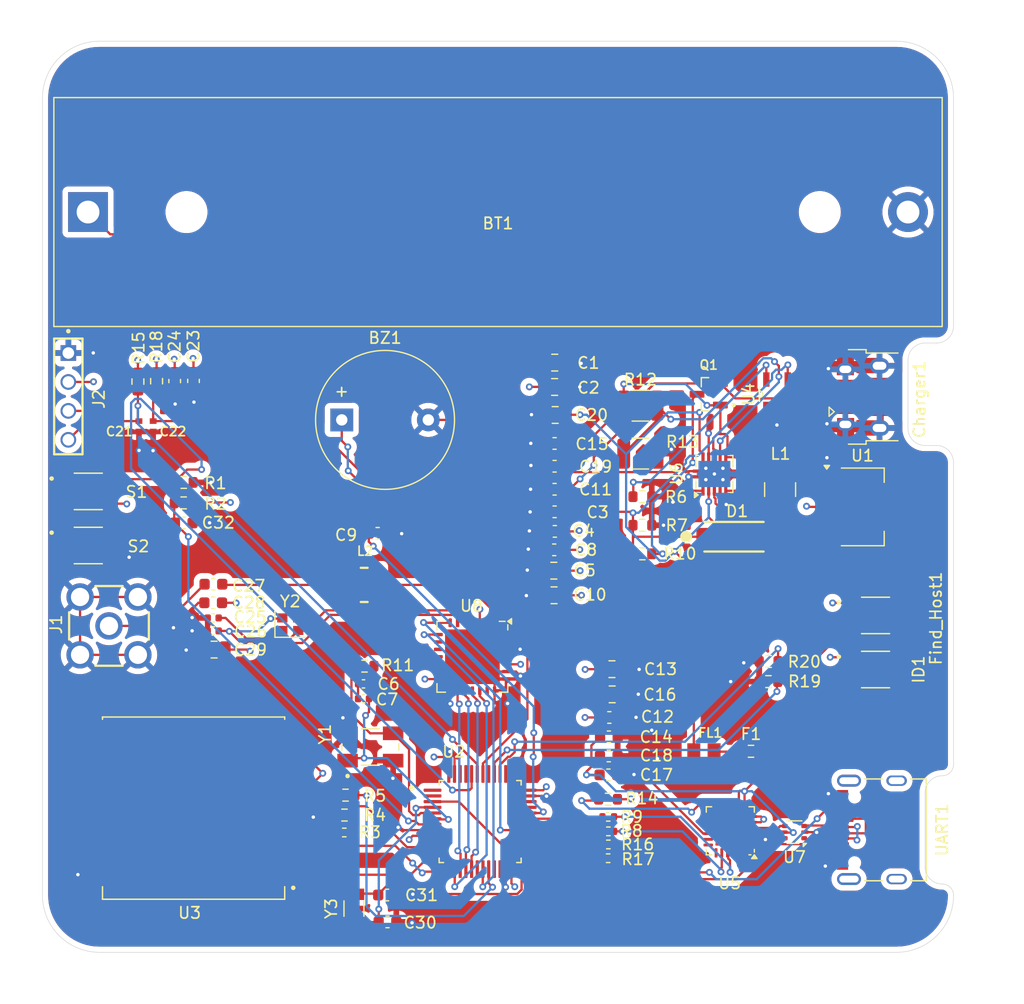
<source format=kicad_pcb>
(kicad_pcb (version 20241229) (generator "pcbnew") (generator_version "9.0")
  (layers (0 "F.Cu" signal) (4 "In1.Cu" signal) (6 "In2.Cu" signal) (2 "B.Cu" signal) (13 "F.Paste" user) (15 "B.Paste" user) (5 "F.SilkS" user "F.Silkscreen") (7 "B.SilkS" user "B.Silkscreen") (1 "F.Mask" user) (3 "B.Mask" user) (25 "Edge.Cuts" user))
  (net 0 "")
  (net 1 "Net-(BT1-+)")
  (net 2 "GND")
  (net 3 "Buzzer")
  (net 4 "5v OUT")
  (net 5 "3.3V OUT")
  (net 6 "Net-(Charger1-VBUS)")
  (net 7 "OSC_IN")
  (net 8 "Net-(C6-Pad1)")
  (net 9 "OSC_OUT")
  (net 10 "Net-(U5-REGIN)")
  (net 11 "Net-(Q1-D)")
  (net 12 "Net-(U5-VPP)")
  (net 13 "Net-(U6-VAUX)")
  (net 14 "Net-(U8-XTA)")
  (net 15 "Net-(U8-XTB)")
  (net 16 "I2C SDL")
  (net 17 "I2C SCL")
  (net 18 "Net-(Charger1-D+)")
  (net 19 "Net-(F1-Pad2)")
  (net 20 "PC_OSC_OUT")
  (net 21 "Net-(U6-L)")
  (net 22 "Net-(U8-PA_BOOST)")
  (net 23 "Net-(C27-Pad2)")
  (net 24 "NRST")
  (net 25 "Net-(C27-Pad1)")
  (net 26 "BOOT0")
  (net 27 "GPS_Reset")
  (net 28 "Net-(U3-~{RESET})")
  (net 29 "Net-(U4-PROG)")
  (net 30 "Find_Host")
  (net 31 "ID")
  (net 32 "Net-(U5-RXD)")
  (net 33 "TX")
  (net 34 "RX")
  (net 35 "Net-(U5-TXD)")
  (net 36 "Net-(U6-UVLO)")
  (net 37 "Net-(U5-~{RST})")
  (net 38 "Net-(UART1-CC2)")
  (net 39 "Net-(UART1-CC1)")
  (net 42 "PC_OSC_IN")
  (net 46 "Net-(Q1-G)")
  (net 47 "Net-(U2-PB2)")
  (net 49 "GPS_TX")
  (net 51 "SCK")
  (net 52 "MISO")
  (net 54 "NSS(CS)")
  (net 56 "DIO0(IRQ)")
  (net 61 "RESET")
  (net 62 "MOSI")
  (net 66 "GPS_Rx")
  (net 82 "Net-(U5-D-)")
  (net 84 "Net-(U5-D+)")
  (net 87 "Net-(U7-I{slash}O2-Pad3)")
  (net 88 "Net-(U7-I{slash}O1-Pad1)")
  (footprint "Capacitor_SMD:C_0402_1005Metric" (layer "F.Cu") (at 73.19 141.43)
    (property "Reference" "C6")
    (property "Value" "20pF")
  )
  (footprint "Capacitor_SMD:C_0603_1608Metric" (layer "F.Cu") (at 89.97 122.32 180)
    (property "Reference" "C19")
    (property "Value" "1uF")
  )
  (footprint "Capacitor_SMD:C_0603_1608Metric" (layer "F.Cu") (at 75.255 159.97)
    (property "Reference" "C31")
    (property "Value" "0.1uF")
  )
  (footprint "L86-M33:XCVR_L86-M33" (layer "F.Cu") (at 58.27 151.84 180)
    (property "Reference" "U3")
    (property "Value" "L86-M33")
  )
  (footprint "Inductor_SMD:L_1210_3225Metric" (layer "F.Cu") (at 109.77 124.37 -90)
    (property "Reference" "L1")
    (property "Value" "2.2uH")
  )
  (footprint "Capacitor_SMD:C_0603_1608Metric" (layer "F.Cu") (at 59.99 134.31)
    (property "Reference" "C28")
    (property "Value" "1uF")
  )
  (footprint "Capacitor_SMD:C_0805_2012Metric" (layer "F.Cu") (at 90.02 117.82 180)
    (property "Reference" "C20")
    (property "Value" "22uF")
  )
  (footprint "Capacitor_SMD:C_0603_1608Metric" (layer "F.Cu") (at 89.97 124.34 180)
    (property "Reference" "C11")
    (property "Value" "4.7uF")
  )
  (footprint "Resistor_SMD:R_0402_1005Metric" (layer "F.Cu") (at 94.69 155.53)
    (property "Reference" "R16")
    (property "Value" "5.1K")
  )
  (footprint "Diode_SMD:SW_SKRPABE010" (layer "F.Cu") (at 118.15 140.17)
    (property "Reference" "ID1")
    (property "Value" "SKRPABE010")
  )
  (footprint "Resistor_SMD:R_0603_1608Metric" (layer "F.Cu") (at 108.745 141.23)
    (property "Reference" "R19")
    (property "Value" "10K")
  )
  (footprint "PESD0402-140:RESC1005X35N" (layer "F.Cu") (at 54.72 118.813 -90)
    (property "Reference" "C22")
    (property "Value" "PESD0402-140")
  )
  (footprint "Resistor_SMD:R_0402_1005Metric" (layer "F.Cu") (at 94.68 153.1)
    (property "Reference" "R9")
    (property "Value" "22R")
  )
  (footprint "Resistor_SMD:R_1210_3225Metric" (layer "F.Cu") (at 97.5 121.21)
    (property "Reference" "R13")
    (property "Value" "180K")
  )
  (footprint "Diode_SMD:DIOM5226X220N" (layer "F.Cu") (at 105.72 128.51)
    (property "Reference" "D1")
    (property "Value" "D_Schottky")
  )
  (footprint "Crystal:Crystal_SMD_3215-2Pin_3.2x1.5mm" (layer "F.Cu") (at 72.35 161.16 90)
    (property "Reference" "Y3")
    (property "Value" "32.768kHz")
  )
  (footprint "Capacitor_SMD:C_0603_1608Metric" (layer "F.Cu") (at 89.935 129.66)
    (property "Reference" "C8")
    (property "Value" "1uF")
  )
  (footprint "Capacitor_SMD:C_0603_1608Metric" (layer "F.Cu") (at 74.43 128.21)
    (property "Reference" "C9")
    (property "Value" "1uF")
  )
  (footprint "Capacitor_SMD:C_0402_1005Metric" (layer "F.Cu") (at 59.99 136.78)
    (property "Reference" "C26")
    (property "Value" "12pF")
  )
  (footprint "Package_TO_SOT_SMD:SOT95P280X145-5N" (layer "F.Cu") (at 109.5 116 90)
    (property "Reference" "U4")
    (property "Value" "MCP73831-2-OT")
  )
  (footprint "Capacitor_SMD:C_0603_1608Metric" (layer "F.Cu") (at 94.725 147.76)
    (property "Reference" "C18")
    (property "Value" "4.7uF")
  )
  (footprint "Package_TO_SOT_SMD:SOT-666" (layer "F.Cu") (at 111.03 154.4475 180)
    (property "Reference" "U7")
    (property "Value" "USBLC6-2P6")
  )
  (footprint "Capacitor_SMD:C_0805_2012Metric" (layer "F.Cu") (at 60.07 138.42)
    (property "Reference" "C29")
    (property "Value" "22uF")
  )
  (footprint "Resistor_SMD:R_0402_1005Metric" (layer "F.Cu") (at 94.69 154.38)
    (property "Reference" "R8")
    (property "Value" "22R")
  )
  (footprint "Capacitor_SMD:C_0603_1608Metric" (layer "F.Cu") (at 94.695 149.42 180)
    (property "Reference" "C17")
    (property "Value" "0.1uF")
  )
  (footprint "Package_DFN_QFN:QFN-28-1EP_6x6mm_P0.65mm_EP4.8x4.8mm" (layer "F.Cu") (at 82.75 139.05 -90)
    (property "Reference" "U8")
    (property "Value" "SX1278")
  )
  (footprint "Capacitor_SMD:C_0603_1608Metric" (layer "F.Cu") (at 56.61 114.84 -90)
    (property "Reference" "C24")
    (property "Value" "0.1uF")
  )
  (footprint "Capacitor_SMD:C_0805_2012Metric" (layer "F.Cu") (at 89.98 113.22)
    (property "Reference" "C1")
    (property "Value" "22uF")
  )
  (footprint "Resistor_SMD:R_0603_1608Metric" (layer "F.Cu") (at 97.675 130.01)
    (property "Reference" "R10")
    (property "Value" "1K")
  )
  (footprint "Resistor_SMD:R_0603_1608Metric" (layer "F.Cu") (at 107.215 147.35 180)
    (property "Reference" "F1")
    (property "Value" "Polyfuse")
  )
  (footprint "Diode_SMD:SW_SKRPABE010" (layer "F.Cu") (at 49.0215 124.53)
    (property "Reference" "S1")
    (property "Value" "SKRPABE010")
  )
  (footprint "ABM3B-8.000MHZ-B2-T:XTAL_ABM3B-8.000MHZ-B2-T" (layer "F.Cu") (at 73.79 146.97 90)
    (property "Reference" "Y1")
    (property "Value" "ABM3B-8.000MHZ-B2-T")
  )
  (footprint "BLM21PG221SN1D:BEADC2012X105N" (layer "F.Cu") (at 103.083 147.383 180)
    (property "Reference" "FL1")
    (property "Value" "BLM21PG221SN1D")
  )
  (footprint "Resistor_SMD:R_0603_1608Metric" (layer "F.Cu") (at 97.675 127.5)
    (property "Reference" "R7")
    (property "Value" "10K")
  )
  (footprint "Resistor_SMD:R_0603_1608Metric" (layer "F.Cu") (at 73.28 139.87)
    (property "Reference" "R11")
    (property "Value" "1M")
  )
  (footprint "Capacitor_SMD:C_0603_1608Metric" (layer "F.Cu") (at 94.775 144.38)
    (property "Reference" "C12")
    (property "Value" "0.1uF")
  )
  (footprint "Resistor_SMD:R_0603_1608Metric" (layer "F.Cu") (at 71.52 152.95)
    (property "Reference" "R4")
    (property "Value" "1K")
  )
  (footprint "Resistor_SMD:R_0402_1005Metric" (layer "F.Cu") (at 94.67 156.74)
    (property "Reference" "R17")
    (property "Value" "5.1K")
  )
  (footprint "Diode_SMD:SW_SKRPABE010" (layer "F.Cu") (at 118.15 135.42)
    (property "Reference" "Find_Host1")
    (property "Value" "SKRPABE010")
  )
  (footprint "Resistor_SMD:R_1210_3225Metric" (layer "F.Cu") (at 97.5 117)
    (property "Reference" "R12")
    (property "Value" "2M")
  )
  (footprint "STM32F103C8T6:QFP50P900X900X160-48N" (layer "F.Cu") (at 83.43 153.52)
    (property "Reference" "U2")
    (property "Value" "STM32F103C8T6")
  )
  (footprint "Crystal:Crystal_SMD_2016-4Pin_2.0x1.6mm" (layer "F.Cu") (at 66.76 136.19)
    (property "Reference" "Y2")
    (property "Value" "32MHz")
  )
  (footprint "Resistor_SMD:R_0603_1608Metric" (layer "F.Cu") (at 97.675 124.99)
    (property "Reference" "R6")
    (property "Value" "10K")
  )
  (footprint "Package_TO_SOT_SMD:SOT-223-3_TabPin2" (layer "F.Cu") (at 117 125.8875)
    (property "Reference" "U1")
    (property "Value" "AMS1117-3.3")
  )
  (footprint "Connector_USB:USB_Micro-B_Amphenol_10103594-0001LF_Horizontal" (layer "F.Cu") (at 117.385 116.205 90)
    (property "Reference" "Charger1")
    (property "Value" "Charger")
  )
  (footprint "WE-TPC_2811:WE-TPC_2811" (layer "F.Cu") (at 73.25 132.74 90)
    (property "Reference" "L2")
    (property "Value" "WE-TPC_2811")
  )
  (footprint "Capacitor_SMD:C_0603_1608Metric" (layer "F.Cu") (at 60.01 132.68)
    (property "Reference" "C27")
    (property "Value" "2.2pF")
  )
  (footprint "Capacitor_SMD:C_0805_2012Metric" (layer "F.Cu") (at 95.025 142.35)
    (property "Reference" "C16")
    (property "Value" "22uF")
  )
  (footprint "Resistor_SMD:R_0402_1005Metric" (layer "F.Cu") (at 71.5 154.48)
    (property "Reference" "R3")
    (property "Value" "100R")
  )
  (footprint "Diode_SMD:SW_SKRPABE010" (layer "F.Cu") (at 49.0215 129.28)
    (property "Reference" "S2")
    (property "Value" "SKRPABE010")
  )
  (footprint "Capacitor_SMD:C_0603_1608Metric" (layer "F.Cu") (at 94.735 146.08)
    (property "Reference" "C14")
    (property "Value" "4.7uF")
  )
  (footprint "Battery:BatteryHolder_MPD_BH-18650-PC2" (layer "F.Cu") (at 49 100)
    (property "Reference" "BT1")
    (property "Value" "Battery_Cell")
  )
  (footprint "Package_SON:Texas_S-PVSON-N10_ThermalVias" (layer "F.Cu") (at 104 123 90)
    (property "Reference" "U6")
    (property "Value" "TPS61200DRC")
  )
  (footprint "Package_DFN_QFN:QFN-24-1EP_4x4mm_P0.5mm_EP2.6x2.6mm" (layer "F.Cu") (at 105.3975 154.33 180)
    (property "Reference" "U5")
    (property "Value" "CP2104")
  )
  (footprint "12402012E212A:AMPHENOL_12402012E212A" (layer "F.Cu") (at 120 154.25 90)
    (property "Reference" "UART1")
    (property "Value" "USB_C_Receptacle_USB2.0_16P")
  )
  (footprint "Capacitor_SMD:C_0805_2012Metric" (layer "F.Cu") (at 95.005 140.14 180)
    (property "Reference" "C13")
    (property "Value" "22uF")
  )
  (footprint "Buzzer_Beeper:Buzzer_12x9.5RM7.6" (layer "F.Cu") (at 71.28 118.25)
    (property "Reference" "BZ1")
    (property "Value" "Buzzer")
  )
  (footprint "Capacitor_SMD:C_0402_1005Metric" (layer "F.Cu") (at 73.19 142.74)
    (property "Reference" "C7")
    (property "Value" "20pF")
  )
  (footprint "Capacitor_SMD:C_0603_1608Metric" (layer "F.Cu") (at 89.97 126.32 180)
    (property "Reference" "C3")
    (property "Value" "4.7uF")
  )
  (footprint "Capacitor_SMD:C_0402_1005Metric" (layer "F.Cu") (at 59.99 135.64)
    (property "Reference" "C25")
    (property "Value" "12pF")
  )
  (footprint "PESD0402-140:RESC1005X35N" (layer "F.Cu") (at 53.47 118.813 -90)
    (property "Reference" "C21")
    (property "Value" "PESD0402-140")
  )
  (footprint "Resistor_SMD:R_0603_1608Metric" (layer "F.Cu") (at 53.38 114.885 90)
    (property "Reference" "R15")
    (property "Value" "2.2K")
  )
  (footprint "SMA-J-P-X-ST-TH1:SAMTEC_SMA-J-P-X-ST-TH1" (layer "F.Cu") (at 50.84 136.34)
    (property "Reference" "J1")
    (property "Value" "SMA-J-P-X-ST-TH1")
  )
  (footprint "Capacitor_SMD:C_0805_2012Metric" (layer "F.Cu") (at 89.92 133.65)
    (property "Reference" "C10")
    (property "Value" "22uF")
  )
  (footprint "Capacitor_SMD:C_0603_1608Metric" (layer "F.Cu") (at 57.405 127.3 180)
    (property "Reference" "C32")
    (property "Value" "0.1uF")
  )
  (footprint "Resistor_SMD:R_0603_1608Metric" (layer "F.Cu") (at 71.61 151.2)
    (property "Reference" "R5")
    (property "Value" "10K")
  )
  (footprint "Resistor_SMD:R_0603_1608Metric" (layer "F.Cu") (at 57.405 123.74 180)
    (property "Reference" "R1")
    (property "Value" "10K")
  )
  (footprint "Resistor_SMD:R_0603_1608Metric" (layer "F.Cu") (at 94.66 151.56)
    (property "Reference" "R14")
    (property "Value" "10K")
  )
  (footprint "HTSW-104-20-TM-S:SAMTEC_HTSW-104-20-TM-S" (layer "F.Cu") (at 47.27 116.19 90)
    (property "Reference" "J2")
    (property "Value" "OLED")
  )
  (footprint "Resistor_SMD:R_0603_1608Metric" (layer "F.Cu") (at 108.765 139.46)
    (property "Reference" "R20")
    (property "Value" "10K")
  )
  (footprint "Capacitor_SMD:C_0603_1608Metric" (layer "F.Cu") (at 75.295 162.33)
    (property "Reference" "C30")
    (property "Value" "0.1uF")
  )
  (footprint "Resistor_SMD:R_0603_1608Metric" (layer "F.Cu") (at 57.395 125.54 180)
    (property "Reference" "R2")
    (property "Value" "10K")
  )
  (footprint "SI2333DS-T1-E3:SOT95P237X112-3N" (layer "F.Cu") (at 103.5 116 180)
    (property "Reference" "Q1")
    (property "Value" "Q_PMOS_DSG")
  )
  (footprint "Capacitor_SMD:C_0805_2012Metric" (layer "F.Cu") (at 89.97 115.36)
    (property "Reference" "C2")
    (property "Value" "22uF")
  )
  (footprint "Capacitor_SMD:C_0603_1608Metric" (layer "F.Cu") (at 58.26 114.827 -90)
    (property "Reference" "C23")
    (property "Value" "4.7uF")
  )
  (footprint "Capacitor_SMD:C_0603_1608Metric" (layer "F.Cu") (at 89.97 120.32 180)
    (property "Reference" "C15")
    (property "Value" "4.7uF")
  )
  (footprint "Capacitor_SMD:C_0805_2012Metric" (layer "F.Cu") (at 89.9 131.49)
    (property "Reference" "C5")
    (property "Value" "22uF")
  )
  (footprint "Resistor_SMD:R_0603_1608Metric" (layer "F.Cu") (at 55.02 114.85 90)
    (property "Reference" "R18")
    (property "Value" "2.2K")
  )
  (footprint "Capacitor_SMD:C_0603_1608Metric" (layer "F.Cu") (at 89.99 128.04)
    (property "Reference" "C4")
    (property "Value" "1uF")
  )
  (gr_line (start 125 148.5) (end 125 122) (stroke (width 0.05)) (layer "Edge.Cuts"))
  (gr_line (start 122.5 111.5) (end 123.5 111.5) (stroke (width 0.05)) (layer "Edge.Cuts"))
  (gr_arc (start 50 165) (mid 46.464466 163.535534) (end 45 160) (stroke (width 0.05)) (layer "Edge.Cuts"))
  (gr_arc (start 125 148.5) (mid 124.707107 149.207107) (end 124 149.5) (stroke (width 0.05)) (layer "Edge.Cuts"))
  (gr_arc (start 122.5 120.5) (mid 121.43934 120.06066) (end 121 119) (stroke (width 0.05)) (layer "Edge.Cuts"))
  (gr_line (start 122.5 120.5) (end 123.5 120.5) (stroke (width 0.05)) (layer "Edge.Cuts"))
  (gr_arc (start 120 85) (mid 123.535534 86.464466) (end 125 90) (stroke (width 0.05)) (layer "Edge.Cuts"))
  (gr_arc (start 124 159) (mid 124.707107 159.292893) (end 125 160) (stroke (width 0.05)) (layer "Edge.Cuts"))
  (gr_arc (start 45 90) (mid 46.464466 86.464466) (end 50 85) (stroke (width 0.05)) (layer "Edge.Cuts"))
  (gr_arc (start 125 110) (mid 124.56066 111.06066) (end 123.5 111.5) (stroke (width 0.05)) (layer "Edge.Cuts"))
  (gr_arc (start 122.5 151) (mid 122.93934 149.93934) (end 124 149.5) (stroke (width 0.05)) (layer "Edge.Cuts"))
  (gr_arc (start 125 160) (mid 123.535534 163.535534) (end 120 165) (stroke (width 0.05)) (layer "Edge.Cuts"))
  (gr_line (start 50 165) (end 120 165) (stroke (width 0.05)) (layer "Edge.Cuts"))
  (gr_line (start 122.5 151) (end 122.5 157.5) (stroke (width 0.05)) (layer "Edge.Cuts"))
  (gr_line (start 121 113) (end 121 119) (stroke (width 0.05)) (layer "Edge.Cuts"))
  (gr_line (start 125 110) (end 125 90) (stroke (width 0.05)) (layer "Edge.Cuts"))
  (gr_line (start 45 90) (end 45 160) (stroke (width 0.05)) (layer "Edge.Cuts"))
  (gr_arc (start 123.5 120.5) (mid 124.56066 120.93934) (end 125 122) (stroke (width 0.05)) (layer "Edge.Cuts"))
  (gr_line (start 50 85) (end 120 85) (stroke (width 0.05)) (layer "Edge.Cuts"))
  (gr_arc (start 121 113) (mid 121.43934 111.93934) (end 122.5 111.5) (stroke (width 0.05)) (layer "Edge.Cuts"))
  (gr_arc (start 124 159) (mid 122.93934 158.56066) (end 122.5 157.5) (stroke (width 0.05)) (layer "Edge.Cuts"))
  (segment (start 91.306 124.34) (end 92.21 123.436) (width 0.2) (layer "F.Cu") (net 1))
  (segment (start 110.4398 116.7188) (end 110.4398 117.2954) (width 0.2) (layer "F.Cu") (net 1))
  (segment (start 97.374 116.41484) (end 98.73884 115.05) (width 0.2) (layer "F.Cu") (net 1))
  (segment (start 49 100) (end 50.951 101.951) (width 0.2) (layer "F.Cu") (net 1))
  (segment (start 98.73884 115.05) (end 104.525 115.05) (width 0.2) (layer "F.Cu") (net 1))
  (segment (start 50.951 101.951) (end 58.453131 101.951) (width 0.2) (layer "F.Cu") (net 1))
  (segment (start 96.314 118.626) (end 97.374 118.626) (width 0.2) (layer "F.Cu") (net 1))
  (segment (start 93.41 122.236) (end 93.41 121.53) (width 0.2) (layer "F.Cu") (net 1))
  (segment (start 79.598131 123.096) (end 89.501 123.096) (width 0.2) (layer "F.Cu") (net 1))
  (segment (start 93.41 121.53) (end 96.314 118.626) (width 0.2) (layer "F.Cu") (net 1))
  (segment (start 90.745 124.34) (end 91.306 124.34) (width 0.2) (layer "F.Cu") (net 1))
  (segment (start 89.501 123.096) (end 90.745 124.34) (width 0.2) (layer "F.Cu") (net 1))
  (segment (start 104.525 115.05) (end 105.8344 116.3594) (width 0.2) (layer "F.Cu") (net 1))
  (segment (start 110.0804 116.3594) (end 110.4398 116.7188) (width 0.2) (layer "F.Cu") (net 1))
  (segment (start 105.8344 116.3594) (end 110.0804 116.3594) (width 0.2) (layer "F.Cu") (net 1))
  (segment (start 97.374 118.626) (end 97.374 116.41484) (width 0.2) (layer "F.Cu") (net 1))
  (segment (start 58.453131 101.951) (end 79.598131 123.096) (width 0.2) (layer "F.Cu") (net 1))
  (via (at 93.41 122.236) (size 0.6) (drill 0.3) (layers "F.Cu" "B.Cu") (net 1))
  (via (at 92.21 123.436) (size 0.6) (drill 0.3) (layers "F.Cu" "B.Cu") (net 1))
  (segment (start 92.21 123.436) (end 93.41 122.236) (width 0.2) (layer "B.Cu") (net 1))
  (segment (start 115.5 113.81) (end 114.12 113.81) (width 0.2) (layer "F.Cu") (net 2))
  (segment (start 89.195 120.32) (end 87.89 120.32) (width 0.2) (layer "F.Cu") (net 2))
  (segment (start 97.37 140.14) (end 97.39 140.16) (width 0.2) (layer "F.Cu") (net 2))
  (segment (start 59.12 138.42) (end 57.6 138.42) (width 0.2) (layer "F.Cu") (net 2))
  (segment (start 89.24 151.27) (end 89.26 151.29) (width 0.2) (layer "F.Cu") (net 2))
  (segment (start 80.8 143.17) (end 80.8 142.0375) (width 0.2) (layer "F.Cu") (net 2))
  (segment (start 86.71 141) (end 86.97 140.74) (width 0.2) (layer "F.Cu") (net 2))
  (segment (start 87.61 151.27) (end 89.24 151.27) (width 0.2) (layer "F.Cu") (net 2))
  (segment (start 68.76 153.11) (end 68.78 153.13) (width 0.2) (layer "F.Cu") (net 2))
  (segment (start 47.27 112.38) (end 49.42 112.38) (width 0.2) (layer "F.Cu") (net 2))
  (segment (start 92.228822 113.22) (end 92.29593 113.287108) (width 0.2) (layer "F.Cu") (net 2))
  (segment (start 87.89 120.32) (end 87.88 120.31) (width 0.2) (layer "F.Cu") (net 2))
  (segment (start 70.785 152.86) (end 70.695 152.95) (width 0.2) (layer "F.Cu") (net 2))
  (segment (start 104.5 124.475) (end 104.5 125.14) (width 0.2) (layer "F.Cu") (net 2))
  (segment (start 115.6 113.23) (end 115.5 113.33) (width 0.2) (layer "F.Cu") (net 2))
  (segment (start 118.5 113.5) (end 118.5 115) (width 0.2) (layer "F.Cu") (net 2))
  (segment (start 85.84 143.15) (end 84.9 143.15) (width 0.2) (layer "F.Cu") (net 2))
  (segment (start 109.5 118.64) (end 109.51 118.65) (width 0.2) (layer "F.Cu") (net 2))
  (segment (start 99.83 121.23) (end 98.9825 121.23) (width 0.2) (layer "F.Cu") (net 2))
  (segment (start 54.71 119.28) (end 54.72 119.27) (width 0.2) (layer "F.Cu") (net 2))
  (segment (start 87.72 129.66) (end 87.66 129.6) (width 0.2) (layer "F.Cu") (net 2))
  (segment (start 58.26 115.602) (end 58.26 116.74) (width 0.2) (layer "F.Cu") (net 2))
  (segment (start 95.955 140.14) (end 97.37 140.14) (width 0.2) (layer "F.Cu") (net 2))
  (segment (start 84.7 142.95) (end 84.7 142.0375) (width 0.2) (layer "F.Cu") (net 2))
  (segment (start 59.51 136.78) (end 58.23 136.78) (width 0.2) (layer "F.Cu") (net 2))
  (segment (start 51.0965 130.355) (end 52.655 130.355) (width 0.2) (layer "F.Cu") (net 2))
  (segment (start 118.77 117.19) (end 118.77 118.69) (width 0.2) (layer "F.Cu") (net 2))
  (segment (start 80.8 141) (end 82.75 139.05) (width 0.2) (layer "F.Cu") (net 2))
  (segment (start 49.42 112.38) (end 49.44 112.36) (width 0.2) (layer "F.Cu") (net 2))
  (segment (start 115.25 157.45) (end 113.76 157.45) (width 0.2) (layer "F.Cu") (net 2))
  (segment (start 56.5 136.5) (end 58.69 134.31) (width 0.2) (layer "F.Cu") (net 2))
  (segment (start 87.62 131.49) (end 87.57 131.44) (width 0.2) (layer "F.Cu") (net 2))
  (segment (start 89.16 129.66) (end 87.72 129.66) (width 0.2) (layer "F.Cu") (net 2))
  (segment (start 114.03 151.05) (end 114.01 151.07) (width 0.2) (layer "F.Cu") (net 2))
  (segment (start 76.075 162.27) (end 77.29 162.27) (width 0.2) (layer "F.Cu") (net 2))
  (segment (start 101.73 122.79) (end 101.77 122.75) (width 0.2) (layer "F.Cu") (net 2))
  (segment (start 115.62 114.93) (end 115.62 113.93) (width 0.2) (layer "F.Cu") (net 2))
  (segment (start 115.5 118.65) (end 113.96 118.65) (width 0.2) (layer "F.Cu") (net 2))
  (segment (start 85.7375 141) (end 86.71 141) (width 0.2) (layer "F.Cu") (net 2))
  (segment (start 81.18 147.86) (end 81.18 149.34) (width 0.2) (layer "F.Cu") (net 2))
  (segment (start 77.29 162.27) (end 77.36 162.34) (width 0.2) (layer "F.Cu") (net 2))
  (segment (start 104.75 122.5) (end 105.3 122.5) (width 0.2) (layer "F.Cu") (net 2))
  (segment (start 87.83 126.32) (end 87.82 126.33) (width 0.2) (layer "F.Cu") (net 2))
  (segment (start 85.84 143.15) (end 85.83 143.14) (width 0.2) (layer "F.Cu") (net 2))
  (segment (start 113.96 118.65) (end 113.92 118.61) (width 0.2) (layer "F.Cu") (net 2))
  (segment (start 46.9465 130.355) (end 51.0965 130.355) (width 0.2) (layer "F.Cu") (net 2))
  (segment (start 107.335 155.08) (end 106.1475 155.08) (width 0.2) (layer "F.Cu") (net 2))
  (segment (start 97.18 148) (end 96.94 147.76) (width 0.2) (layer "F.Cu") (net 2))
  (segment (start 95.47 149.42) (end 96.91 149.42) (width 0.2) (layer "F.Cu") (net 2))
  (segment (start 103.484023 119.426025) (end 103.484023 119.594023) (width 0.2) (layer "F.Cu") (net 2))
  (segment (start 97.31 142.35) (end 97.32 142.34) (width 0.2) (layer "F.Cu") (net 2))
  (segment (start 54.71 120.95) (end 54.71 119.28) (width 0.2) (layer "F.Cu") (net 2))
  (segment (start 66.02 153.11) (end 68.76 153.11) (width 0.2) (layer "F.Cu") (net 2))
  (segment (start 85.7375 140.35) (end 84.05 140.35) (width 0.2) (layer "F.Cu") (net 2))
  (segment (start 56.61 116.82) (end 56.65 116.86) (width 0.2) (layer "F.Cu") (net 2))
  (segment (start 107.94 139.46) (end 106.7 139.46) (width 0.2) (layer "F.Cu") (net 2))
  (segment (start 97.01 146.08) (end 95.51 146.08) (width 0.2) (layer "F.Cu") (net 2))
  (segment (start 76.035 159.91) (end 77.42 159.91) (width 0.2) (layer "F.Cu") (net 2))
  (segment (start 48.3 133.8) (end 48.3 138.88) (width 0.2) (layer "F.Cu") (net 2))
  (segment (start 95.55 144.38) (end 97.11 144.38) (width 0.2) (layer "F.Cu") (net 2))
  (segment (start 75.79 148.17) (end 75.79 149.7) (width 0.2) (layer "F.Cu") (net 2))
  (segment (start 118.5 115) (end 118.77 115.27) (width 0.2) (layer "F.Cu") (net 2))
  (segment (start 58.23 123.74) (end 59.76 123.74) (width 0.2) (layer "F.Cu") (net 2))
  (segment (start 104.75 123.5) (end 105.38 123.5) (width 0.2) (layer "F.Cu") (net 2))
  (segment (start 103.5 122.415) (end 103.5 121.525) (width 0.2) (layer "F.Cu") (net 2))
  (segment (start 86.58 140.35) (end 86.97 140.74) (width 0.2) (layer "F.Cu") (net 2))
  (segment (start 85.83 143.14) (end 84.77 143.14) (width 0.2) (layer "F.Cu") (net 2))
  (segment (start 58.205825 135.64) (end 58.188971 135.656854) (width 0.2) (layer "F.Cu") (net 2))
  (segment (start 114.12 113.81) (end 114.09 113.78) (width 0.2) (layer "F.Cu") (net 2))
  (segment (start 50.52 158.19) (end 48.09 158.19) (width 0.2) (layer "F.Cu") (net 2))
  (segment (start 113.76 157.45) (end 113.74 157.43) (width 0.2) (layer "F.Cu") (net 2))
  (segment (start 90.93 113.22) (end 92.228822 113.22) (width 0.2) (layer "F.Cu") (net 2))
  (segment (start 88.97 133.65) (end 87.56 133.65) (width 0.2) (layer "F.Cu") (net 2))
  (segment (start 87.48 118.25) (end 87.94 117.79) (width 0.2) (layer "F.Cu") (net 2))
  (segment (start 48.09 158.19) (end 48.08 158.2) (width 0.2) (layer "F.Cu") (net 2))
  (segment (start 104.5 123.75) (end 104.75 123.5) (width 0.2) (layer "F.Cu") (net 2))
  (segment (start 105.3 122.5) (end 105.55 122.75) (width 0.2) (layer "F.Cu") (net 2))
  (segment (start 48.3 138.88) (end 53.38 138.88) (width 0.2) (layer "F.Cu") (net 2))
  (segment (start 71.79 145.77) (end 71.79 144.82) (width 0.2) (layer "F.Cu") (net 2))
  (segment (start 56.61 115.615) (end 56.61 116.82) (width 0.2) (layer "F.Cu") (net 2))
  (segment (start 108.48 155.1) (end 107.355 155.1) (width 0.2) (layer "F.Cu") (net 2))
  (segment (start 107.355 155.1) (end 107.335 155.08) (width 0.2) (layer "F.Cu") (net 2))
  (segment (start 99.88 125) (end 98.51 125) (width 0.2) (layer "F.Cu") (net 2))
  (segment (start 90.92 115.36) (end 92.17 115.36) (width 0.2) (layer "F.Cu") (net 2))
  (segment (start 52.655 130.355) (end 52.67 130.37) (width 0.2) (layer "F.Cu") (net 2))
  (segment (start 87.56 133.65) (end 87.52 133.61) (width 0.2) (layer "F.Cu") (net 2))
  (segment (start 84.77 143.14) (end 84.7 143.07) (width 0.2) (layer "F.Cu") (net 2))
  (segment (start 70.695 152.95) (end 68.96 152.95) (width 0.2) (layer "F.Cu") (net 2))
  (segment (start 89.195 122.32) (end 87.96 122.32) (width 0.2) (layer "F.Cu") (net 2))
  (segment (start 104.5 124.475) (end 104.5 123.75) (width 0.2) (layer "F.Cu") (net 2))
  (segment (start 58.23 136.78) (end 58.18 136.73) (width 0.2) (layer "F.Cu") (net 2))
  (segment (start 80.8 142.0375) (end 80.8 141) (width 0.2) (layer "F.Cu") (net 2))
  (segment (start 118.77 115.27) (end 118.77 117.19) (width 0.2) (layer "F.Cu") (net 2))
  (segment (start 112.9575 154.4475) (end 112.98 154.47) (width 0.2) (layer "F.Cu") (net 2))
  (segment (start 98.51 125) (end 98.5 124.99) (width 0.2) (layer "F.Cu") (net 2))
  (segment (start 89.195 124.34) (end 87.86 124.34) (width 0.2) (layer "F.Cu") (net 2))
  (segment (start 85.7375 138.4) (end 83.4 138.4) (width 0.2) (layer "F.Cu") (net 2))
  (segment (start 78.88 118.25) (end 87.48 118.25) (width 0.2) (layer "F.Cu") (net 2))
  (segment (start 96.94 147.76) (end 95.5 147.76) (width 0.2) (layer "F.Cu") (net 2))
  (segment (start 80.779023 147.37708) (end 80.779023 147.459023) (width 0.2) (layer "F.Cu") (net 2))
  (segment (start 100.22 120.84) (end 99.83 121.23) (width 0.2) (layer "F.Cu") (net 2))
  (segment (start 89.195 126.32) (end 87.83 126.32) (width 0.2) (layer "F.Cu") (net 2))
  (segment (start 106.1475 155.08) (end 105.3975 154.33) (width 0.2) (layer "F.Cu") (net 2))
  (segment (start 106.7 139.46) (end 106.58 139.58) (width 0.2) (layer "F.Cu") (net 2))
  (segment (start 103.484023 119.594023) (end 103.5 119.61) (width 0.2) (layer "F.Cu") (net 2))
  (segment (start 87.97 117.82) (end 87.94 117.79) (width 0.2) (layer "F.Cu") (net 2))
  (segment (start 105.38 123.5) (end 105.63 123.25) (width 0.2) (layer "F.Cu") (net 2))
  (segment (start 89.07 117.82) (end 87.97 117.82) (width 0.2) (layer "F.Cu") (net 2))
  (segment (start 99.53 127.5) (end 98.5 127.5) (width 0.2) (layer "F.Cu") (net 2))
  (segment (start 115.25 151.05) (end 114.03 151.05) (width 0.2) (layer "F.Cu") (net 2))
  (segment (start 59.76 123.74) (end 59.78 123.76) (width 0.2) (layer "F.Cu") (net 2))
  (segment (start 103.5 119.61) (end 103.5 121.24) (width 0.2) (layer "F.Cu") (net 2))
  (segment (start 97.59 145.5) (end 97.01 146.08) (width 0.2) (layer "F.Cu") (net 2))
  (segment (start 95.975 142.35) (end 97.31 142.35) (width 0.2) (layer "F.Cu") (net 2))
  (segment (start 85.68 159.27) (end 85.67 159.28) (width 0.2) (layer "F.Cu") (net 2))
  (segment (start 89.215 128.04) (end 87.798198 128.04) (width 0.2) (layer "F.Cu") (net 2))
  (segment (start 84.7 141) (end 82.75 139.05) (width 0.2) (layer "F.Cu") (net 2))
  (segment (start 97.11 144.38) (end 97.12 144.37) (width 0.2) (layer "F.Cu") (net 2))
  (segment (start 111.955 154.4475) (end 112.9575 154.4475) (width 0.2) (layer "F.Cu") (net 2))
  (segment (start 92.17 115.36) (end 92.18 115.35) (width 0.2) (layer "F.Cu") (net 2))
  (segment (start 53.48 120.93) (end 53.48 119.28) (width 0.2) (layer "F.Cu") (net 2))
  (segment (start 99 148) (end 97.18 148) (width 0.2) (layer "F.Cu") (net 2))
  (segment (start 58.69 134.31) (end 59.215 134.31) (width 0.2) (layer "F.Cu") (net 2))
  (segment (start 85.7375 140.35) (end 86.58 140.35) (width 0.2) (layer "F.Cu") (net 2))
  (segment (start 53.38 133.8) (end 48.3 133.8) (width 0.2) (layer "F.Cu") (net 2))
  (segment (start 85.7375 138.4) (end 86.93 138.4) (width 0.2) (layer "F.Cu") (net 2))
  (segment (start 85.68 157.7) (end 85.68 159.27) (width 0.2) (layer "F.Cu") (net 2))
  (segment (start 58.26 116.74) (end 58.23 116.77) (width 0.2) (layer "F.Cu") (net 2))
  (segment (start 116.29 118.65) (end 116.82 119.18) (width 0.2) (layer "F.Cu") (net 2))
  (segment (start 76.51 128.21) (end 76.54 128.24) (width 0.2) (layer "F.Cu") (net 2))
  (segment (start 96.91 149.42) (end 96.94 149.39) (width 0.2) (layer "F.Cu") (net 2))
  (segment (start 103.365 122.55) (end 103.5 122.415) (width 0.2) (layer "F.Cu") (net 2))
  (segment (start 68.96 152.95) (end 68.78 153.13) (width 0.2) (layer "F.Cu") (net 2))
  (segment (start 77.42 159.91) (end 77.46 159.95) (width 0.2) (layer "F.Cu") (net 2))
  (segment (start 98.9825 121.23) (end 98.9625 121.21) (width 0.2) (layer "F.Cu") (net 2))
  (segment (start 98.5 145.5) (end 97.59 145.5) (width 0.2) (layer "F.Cu") (net 2))
  (segment (start 80.779023 147.459023) (end 81.18 147.86) (width 0.2) (layer "F.Cu") (net 2))
  (segment (start 101.73 123.25) (end 102.37 123.25) (width 0.2) (layer "F.Cu") (net 2))
  (segment (start 87.798198 128.04) (end 87.755388 127.99719) (width 0.2) (layer "F.Cu") (net 2))
  (segment (start 76.47 154.27) (end 76.23 154.03) (width 0.2) (layer "F.Cu") (net 2))
  (segment (start 113.85 123.5875) (end 113.85 121.6) (width 0.2) (layer "F.Cu") (net 2))
  (segment (start 53.48 119.28) (end 53.47 119.27) (width 0.2) (layer "F.Cu") (net 2))
  (segment (start 104.5 125.14) (end 105.04 125.68) (width 0.2) (layer "F.Cu") (net 2))
  (segment (start 115.62 113.93) (end 115.5 113.81) (width 0.2) (layer "F.Cu") (net 2))
  (segment (start 115.62 115.58) (end 115.62 114.93) (width 0.2) (layer "F.Cu") (net 2))
  (segment (start 59.65 127.3) (end 59.68 127.27) (width 0.2) (layer "F.Cu") (net 2))
  (segment (start 59.51 135.64) (end 58.205825 135.64) (width 0.2) (layer "F.Cu") (net 2))
  (segment (start 75.205 128.21) (end 76.51 128.21) (width 0.2) (layer "F.Cu") (net 2))
  (segment (start 79.25 154.27) (end 76.47 154.27) (width 0.2) (layer "F.Cu") (net 2))
  (segment (start 100.35 125.47) (end 99.88 125) (width 0.2) (layer "F.Cu") (net 2))
  (segment (start 87.96 122.32) (end 87.89 122.25) (width 0.2) (layer "F.Cu") (net 2))
  (segment (start 84.05 140.35) (end 82.75 139.05) (width 0.2) (layer "F.Cu") (net 2))
  (segment (start 75.79 149.7) (end 75.77 149.72) (width 0.2) (layer "F.Cu") (net 2))
  (segment (start 109.5 117.2954) (end 109.5 118.64) (width 0.2) (layer "F.Cu") (net 2))
  (segment (start 113.85 121.6) (end 113.88 121.57) (width 0.2) (layer "F.Cu") (net 2))
  (segment (start 58.18 127.3) (end 59.65 127.3) (width 0.2) (layer "F.Cu") (net 2))
  (segment (start 116.82 113.23) (end 115.6 113.23) (width 0.2) (layer "F.Cu") (net 2))
  (segment (start 101.77 122.75) (end 102.37 122.75) (width 0.2) (layer "F.Cu") (net 2))
  (segment (start 84.7 142.0375) (end 84.7 141) (width 0.2) (layer "F.Cu") (net 2))
  (segment (start 84.9 143.15) (end 84.7 142.95) (width 0.2) (layer "F.Cu") (net 2))
  (segment (start 118.77 118.69) (end 118.5 118.96) (width 0.2) (layer "F.Cu") (net 2))
  (segment (start 115.5 118.65) (end 116.29 118.65) (width 0.2) (layer "F.Cu") (net 2))
  (segment (start 105.43 141.23) (end 107.92 141.23) (width 0.2) (layer "F.Cu") (net 2))
  (segment (start 71.79 144.82) (end 71.38 144.41) (width 0.2) (layer "F.Cu") (net 2))
  (segment (start 101.73 123.25) (end 101.73 122.79) (width 0.2) (layer "F.Cu") (net 2))
  (segment (start 88.95 131.49) (end 87.62 131.49) (width 0.2) (layer "F.Cu") (net 2))
  (segment (start 70.785 151.2) (end 70.785 152.86) (width 0.2) (layer "F.Cu") (net 2))
  (segment (start 86.93 138.4) (end 86.94 138.39) (width 0.2) (layer "F.Cu") (net 2))
  (segment (start 83.4 138.4) (end 82.75 139.05) (width 0.2) (layer "F.Cu") (net 2))
  (via (at 68.78 153.13) (size 0.6) (drill 0.3) (layers "F.Cu" "B.Cu") (net 2))
  (via (at 87.94 117.79) (size 0.6) (drill 0.3) (layers "F.Cu" "B.Cu") (net 2))
  (via (at 86.97 140.74) (size 0.6) (drill 0.3) (layers "F.Cu" "B.Cu") (net 2))
  (via (at 100.35 125.47) (size 0.6) (drill 0.3) (layers "F.Cu" "B.Cu") (net 2))
  (via (at 76.54 128.24) (size 0.6) (drill 0.3) (layers "F.Cu" "B.Cu") (net 2))
  (via (at 108.48 155.1) (size 0.6) (drill 0.3) (layers "F.Cu" "B.Cu") (net 2))
  (via (at 89.26 151.29) (size 0.6) (drill 0.3) (layers "F.Cu" "B.Cu") (net 2))
  (via (at 113.88 121.57) (size 0.6) (drill 0.3) (layers "F.Cu" "B.Cu") (net 2))
  (via (at 109.49 118.7) (size 0.6) (drill 0.3) (layers "F.Cu" "B.Cu") (net 2))
  (via (at 106.58 139.58) (size 0.6) (drill 0.3) (layers "F.Cu" "B.Cu") (net 2))
  (via (at 80.8 143.17) (size 0.6) (drill 0.3) (layers "F.Cu" "B.Cu") (net 2))
  (via (at 97.39 140.16) (size 0.6) (drill 0.3) (layers "F.Cu" "B.Cu") (net 2))
  (via (at 80.779023 147.37708) (size 0.6) (drill 0.3) (layers "F.Cu" "B.Cu") (net 2))
  (via (at 97.12 144.37) (size 0.6) (drill 0.3) (layers "F.Cu" "B.Cu") (net 2))
  (via (at 97.32 142.34) (size 0.6) (drill 0.3) (layers "F.Cu" "B.Cu") (net 2))
  (via (at 87.82 126.33) (size 0.6) (drill 0.3) (layers "F.Cu" "B.Cu") (net 2))
  (via (at 87.89 122.25) (size 0.6) (drill 0.3) (layers "F.Cu" "B.Cu") (net 2))
  (via (at 100.22 120.84) (size 0.6) (drill 0.3) (layers "F.Cu" "B.Cu") (net 2))
  (via (at 103.484023 119.426025) (size 0.6) (drill 0.3) (layers "F.Cu" "B.Cu") (net 2))
  (via (at 99.53 127.5) (size 0.6) (drill 0.3) (layers "F.Cu" "B.Cu") (net 2))
  (via (at 112.98 154.47) (size 0.6) (drill 0.3) (layers "F.Cu" "B.Cu") (net 2))
  (via (at 87.57 131.44) (size 0.6) (drill 0.3) (layers "F.Cu" "B.Cu") (net 2))
  (via (at 75.77 149.72) (size 0.6) (drill 0.3) (layers "F.Cu" "B.Cu") (net 2))
  (via (at 113.88 118.59) (size 0.6) (drill 0.3) (layers "F.Cu" "B.Cu") (net 2))
  (via (at 77.52 159.9) (size 0.6) (drill 0.3) (layers "F.Cu" "B.Cu") (net 2))
  (via (at 114.01 113.75) (size 0.6) (drill 0.3) (layers "F.Cu" "B.Cu") (net 2))
  (via (at 71.38 144.41) (size 0.6) (drill 0.3) (layers "F.Cu" "B.Cu") (net 2))
  (via (at 87.66 129.6) (size 0.6) (drill 0.3) (layers "F.Cu" "B.Cu") (net 2))
  (via (at 87.86 124.34) (size 0.6) (drill 0.3) (layers "F.Cu" "B.Cu") (net 2))
  (via (at 53.48 120.93) (size 0.6) (drill 0.3) (layers "F.Cu" "B.Cu") (net 2))
  (via (at 85.67 159.28) (size 0.6) (drill 0.3) (layers "F.Cu" "B.Cu") (net 2))
  (via (at 85.84 143.15) (size 0.6) (drill 0.3) (layers "F.Cu" "B.Cu") (net 2))
  (via (at 58.14 136.77) (size 0.6) (drill 0.3) (layers "F.Cu" "B.Cu") (net 2))
  (via (at 58.14 135.61) (size 0.6) (drill 0.3) (layers "F.Cu" "B.Cu") (net 2))
  (via (at 56.65 116.86) (size 0.6) (drill 0.3) (layers "F.Cu" "B.Cu") (net 2))
  (via (at 54.71 120.95) (size 0.6) (drill 0.3) (layers "F.Cu" "B.Cu") (net 2))
  (via (at 86.94 138.39) (size 0.6) (drill 0.3) (layers "F.Cu" "B.Cu") (net 2))
  (via (at 76.23 154.03) (size 0.6) (drill 0.3) (layers "F.Cu" "B.Cu") (net 2))
  (via (at 113.74 157.43) (size 0.6) (drill 0.3) (layers "F.Cu" "B.Cu") (net 2))
  (via (at 87.755388 127.99719) (size 0.6) (drill 0.3) (layers "F.Cu" "B.Cu") (net 2))
  (via (at 87.49 133.68) (size 0.6) (drill 0.3) (layers "F.Cu" "B.Cu") (net 2))
  (via (at 57.62 138.46) (size 0.6) (drill 0.3) (layers "F.Cu" "B.Cu") (net 2))
  (via (at 114.01 151.07) (size 0.6) (drill 0.3) (layers "F.Cu" "B.Cu") (net 2))
  (via (at 101.73 123.25) (size 0.6) (drill 0.3) (layers "F.Cu" "B.Cu") (net 2))
  (via (at 99 148) (size 0.6) (drill 0.3) (layers "F.Cu" "B.Cu") (net 2))
  (via (at 87.88 120.31) (size 0.6) (drill 0.3) (layers "F.Cu" "B.Cu") (net 2))
  (via (at 105.43 141.23) (size 0.6) (drill 0.3) (layers "F.Cu" "B.Cu") (net 2))
  (via (at 48.11 158.18) (size 0.6) (drill 0.3) (layers "F.Cu" "B.Cu") (net 2))
  (via (at 59.67 127.29) (size 0.6) (drill 0.3) (layers "F.Cu" "B.Cu") (net 2))
  (via (at 98.5 145.5) (size 0.6) (drill 0.3) (layers "F.Cu" "B.Cu") (net 2))
  (via (at 56.5 136.5) (size 0.6) (drill 0.3) (layers "F.Cu" "B.Cu") (net 2))
  (via (at 58.3 116.69) (size 0.6) (drill 0.3) (layers "F.Cu" "B.Cu") (net 2))
  (via (at 52.61 130.31) (size 0.6) (drill 0.3) (layers "F.Cu" "B.Cu") (net 2))
  (via (at 105.04 125.68) (size 0.6) (drill 0.3) (layers "F.Cu" "B.Cu") (net 2))
  (via (at 59.8 123.73) (size 0.6) (drill 0.3) (layers "F.Cu" "B.Cu") (net 2))
  (via (at 96.94 149.39) (size 0.6) (drill 0.3) (layers "F.Cu" "B.Cu") (net 2))
  (via (at 49.46 112.37) (size 0.6) (drill 0.3) (layers "F.Cu" "B.Cu") (net 2))
  (via (at 77.45 162.411) (size 0.6) (drill 0.3) (layers "F.Cu" "B.Cu") (net 2))
  (via (at 92.29593 113.287108) (size 0.6) (drill 0.3) (layers "F.Cu" "B.Cu") (net 2))
  (via (at 92.18 115.35) (size 0.6) (drill 0.3) (layers "F.Cu" "B.Cu") (net 2))
  (segment (start 104.5 123.5) (end 104 123) (width 0.2) (layer "B.Cu") (net 2))
  (segment (start 104.75 123.5) (end 104.75 122.5) (width 0.2) (layer "B.Cu") (net 2))
  (segment (start 104.75 123.5) (end 104.5 123.5) (width 0.2) (layer "B.Cu") (net 2))
  (segment (start 104.75 123.5) (end 103.25 123.5) (width 0.2) (layer "B.Cu") (net 2))
  (segment (start 71.85 122.72) (end 73.655 124.525) (width 0.2) (layer "F.Cu") (net 3))
  (segment (start 88.14 147.781959) (end 88.09 147.831959) (width 0.2) (layer "F.Cu") (net 3))
  (segment (start 71.28 120.09) (end 71.81 120.62) (width 0.2) (layer "F.Cu") (net 3))
  (segment (start 88.14 145.73) (end 88.14 147.781959) (width 0.2) (layer "F.Cu") (net 3))
  (segment (start 88.98 152.67) (end 88.88 152.77) (width 0.2) (layer "F.Cu") (net 3))
  (segment (start 74.045 129.335) (end 73.655 128.945) (width 0.2) (layer "F.Cu") (net 3))
  (segment (start 88.88 152.77) (end 87.61 152.77) (width 0.2) (layer "F.Cu") (net 3))
  (segment (start 73.655 124.525) (end 73.655 128.21) (width 0.2) (layer "F.Cu") (net 3))
  (segment (start 71.28 118.25) (end 71.28 120.09) (width 0.2) (layer "F.Cu") (net 3))
  (segment (start 73.655 128.945) (end 73.655 128.21) (width 0.2) (layer "F.Cu") (net 3))
  (via (at 88.14 145.73) (size 0.6) (drill 0.3) (layers "F.Cu" "B.Cu") (net 3))
  (via (at 74.045 129.335) (size 0.6) (drill 0.3) (layers "F.Cu" "B.Cu") (net 3))
  (via (at 88.09 147.831959) (size 0.6) (drill 0.3) (layers "F.Cu" "B.Cu") (net 3))
  (via (at 88.98 152.67) (size 0.6) (drill 0.3) (layers "F.Cu" "B.Cu") (net 3))
  (via (at 71.85 122.72) (size 0.6) (drill 0.3) (layers "F.Cu" "B.Cu") (net 3))
  (via (at 71.81 120.62) (size 0.6) (drill 0.3) (layers "F.Cu" "B.Cu") (net 3))
  (segment (start 88.14 143.43) (end 88.14 145.73) (width 0.2) (layer "B.Cu") (net 3))
  (segment (start 71.81 122.68) (end 71.85 122.72) (width 0.2) (layer "B.Cu") (net 3))
  (segment (start 88.09 151.78) (end 88.98 152.67) (width 0.2) (layer "B.Cu") (net 3))
  (segment (start 88.09 147.831959) (end 88.09 151.78) (width 0.2) (layer "B.Cu") (net 3))
  (segment (start 71.81 120.62) (end 71.81 122.68) (width 0.2) (layer "B.Cu") (net 3))
  (segment (start 74.045 129.335) (end 88.14 143.43) (width 0.2) (layer "B.Cu") (net 3))
  (segment (start 103.5 126.8) (end 103.5 125.419943) (width 0.2) (layer "F.Cu") (net 4))
  (segment (start 103.5 125.419943) (end 103.5 124.475) (width 0.2) (layer "F.Cu") (net 4))
  (segment (start 108.1925 128.1875) (end 107.87 128.51) (width 0.2) (layer "F.Cu") (net 4))
  (segment (start 102.7 120.94) (end 102.7 117.59) (width 0.2) (layer "F.Cu") (net 4))
  (segment (start 103 121.24) (end 102.7 120.94) (width 0.2) (layer "F.Cu") (net 4))
  (segment (start 104.134 127.434) (end 103.5 126.8) (width 0.2) (layer "F.Cu") (net 4))
  (segment (start 90.119 114.309) (end 90.119 116.929) (width 0.2) (layer "F.Cu") (net 4))
  (segment (start 105.021 128.321) (end 105.021 127.434) (width 0.2) (layer "F.Cu") (net 4))
  (segment (start 90.99 117.8) (end 90.97 117.82) (width 0.2) (layer "F.Cu") (net 4))
  (segment (start 92.2 117.8) (end 90.99 117.8) (width 0.2) (layer "F.Cu") (net 4))
  (segment (start 102.193 147.383) (end 102.193 131.473) (width 0.2) (layer "F.Cu") (net 4))
  (segment (start 107.87 128.51) (end 105.21 128.51) (width 0.2) (layer "F.Cu") (net 4))
  (segment (start 90.119 116.929) (end 90.99 117.8) (width 0.2) (layer "F.Cu") (net 4))
  (segment (start 89.03 113.22) (end 90.119 114.309) (width 0.2) (layer "F.Cu") (net 4))
  (segment (start 113.85 128.1875) (end 108.1925 128.1875) (width 0.2) (layer "F.Cu") (net 4))
  (segment (start 105.21 128.51) (end 105.021 128.321) (width 0.2) (layer "F.Cu") (net 4))
  (segment (start 105.021 127.434) (end 104.134 127.434) (width 0.2) (layer "F.Cu") (net 4))
  (segment (start 102.193 131.473) (end 100.514972 129.794972) (width 0.2) (layer "F.Cu") (net 4))
  (via (at 100.514972 129.794972) (size 0.6) (drill 0.3) (layers "F.Cu" "B.Cu") (net 4))
  (via (at 92.2 117.8) (size 0.6) (drill 0.3) (layers "F.Cu" "B.Cu") (net 4))
  (via (at 103.5 125.419943) (size 0.6) (drill 0.3) (layers "F.Cu" "B.Cu") (net 4))
  (via (at 102.7 117.59) (size 0.6) (drill 0.3) (layers "F.Cu" "B.Cu") (net 4))
  (segment (start 102.7 117.59) (end 99.920057 117.59) (width 0.2) (layer "B.Cu") (net 4))
  (segment (start 100.514972 129.794972) (end 103.5 126.809943) (width 0.2) (layer "B.Cu") (net 4))
  (segment (start 99.201057 130.611) (end 99.698943 130.611) (width 0.2) (layer "B.Cu") (net 4))
  (segment (start 92.787943 117.8) (end 92.2 117.8) (width 0.2) (layer "B.Cu") (net 4))
  (segment (start 96.249 121.261057) (end 92.787943 117.8) (width 0.2) (layer "B.Cu") (net 4))
  (segment (start 99.698943 130.611) (end 100.514972 129.794972) (width 0.2) (layer "B.Cu") (net 4))
  (segment (start 103.5 126.809943) (end 103.5 125.419943) (width 0.2) (layer "B.Cu") (net 4))
  (segment (start 99.920057 117.59) (end 96.249 121.261057) (width 0.2) (layer "B.Cu") (net 4))
  (segment (start 96.249 127.658943) (end 99.201057 130.611) (width 0.2) (layer "B.Cu") (net 4))
  (segment (start 96.249 121.261057) (end 96.249 127.658943) (width 0.2) (layer "B.Cu") (net 4))
  (segment (start 95.485 151.56) (end 96.64 151.56) (width 0.2) (layer "F.Cu") (net 5))
  (segment (start 120.225 134.345) (end 116.075 134.345) (width 0.2) (layer "F.Cu") (net 5))
  (segment (start 92.67 140.14) (end 92.65 140.16) (width 0.2) (layer "F.Cu") (net 5))
  (segment (start 63.07 138.42) (end 63.16 138.51) (width 0.2) (layer "F.Cu") (net 5))
  (segment (start 60.765 134.31) (end 61.99 134.31) (width 0.2) (layer "F.Cu") (net 5))
  (segment (start 46.9465 125.605) (end 51.0965 125.605) (width 0.2) (layer "F.Cu") (net 5))
  (segment (start 96.64 151.56) (end 96.67 151.53) (width 0.2) (layer "F.Cu") (net 5))
  (segment (start 86.18 157.7) (end 86.18 158.954497) (width 0.2) (layer "F.Cu") (net 5))
  (segment (start 94 144.38) (end 92.64 144.38) (width 0.2) (layer "F.Cu") (net 5))
  (segment (start 86.18 158.954497) (end 86.469177 159.243674) (width 0.2) (layer "F.Cu") (net 5))
  (segment (start 92.02 129.66) (end 92.12 129.56) (width 0.2) (layer "F.Cu") (net 5))
  (segment (start 61.02 138.42) (end 63.07 138.42) (width 0.2) (layer "F.Cu") (net 5))
  (segment (start 79.7525 141.01) (end 79.7625 141) (width 0.2) (layer "F.Cu") (net 5))
  (segment (start 55.02 114.025) (end 55.02 112.98) (width 0.2) (layer "F.Cu") (net 5))
  (segment (start 92.13 128.04) (end 92.16 128.07) (width 0.2) (layer "F.Cu") (net 5))
  (segment (start 66.02 148.03) (end 68.36 148.03) (width 0.2) (layer "F.Cu") (net 5))
  (segment (start 88.961614 150.77) (end 89.2414 150.490214) (width 0.2) (layer "F.Cu") (net 5))
  (segment (start 77.20994 155.070003) (end 77.16 155.070003) (width 0.2) (layer "F.Cu") (net 5))
  (segment (start 87.75 115.35) (end 89.01 115.35) (width 0.2) (layer "F.Cu") (net 5))
  (segment (start 68.34 150.57) (end 69.62 149.29) (width 0.2) (layer "F.Cu") (net 5))
  (segment (start 59.73 125.5) (end 59.69 125.54) (width 0.2) (layer "F.Cu") (net 5))
  (segment (start 92.26 133.65) (end 92.27 133.64) (width 0.2) (layer "F.Cu") (net 5))
  (segment (start 89.01 115.35) (end 89.02 115.36) (width 0.2) (layer "F.Cu") (net 5))
  (segment (start 107.335 153.58) (end 108.07 153.58) (width 0.2) (layer "F.Cu") (net 5))
  (segment (start 59.69 125.54) (end 58.22 125.54) (width 0.2) (layer "F.Cu") (net 5))
  (segment (start 79.37 147.850379) (end 80.410257 147.850379) (width 0.2) (layer "F.Cu") (net 5))
  (segment (start 112.1475 125.8875) (end 112.09 125.83) (width 0.2) (layer "F.Cu") (net 5))
  (segment (start 51.0965 125.605) (end 52.375 125.605) (width 0.2) (layer "F.Cu") (net 5))
  (segment (start 61.99 134.31) (end 62.01 134.33) (width 0.2) (layer "F.Cu") (net 5))
  (segment (start 58.26 114.052) (end 58.26 112.89) (width 0.2) (layer "F.Cu") (net 5))
  (segment (start 114.38 134.32) (end 116.05 134.32) (width 0.2) (layer "F.Cu") (net 5))
  (segment (start 80.410257 147.850379) (end 80.68 148.120122) (width 0.2) (layer "F.Cu") (net 5))
  (segment (start 80.68 148.120122) (end 80.68 149.34) (width 0.2) (layer "F.Cu") (net 5))
  (segment (start 120.15 125.8875) (end 113.85 125.8875) (width 0.2) (layer "F.Cu") (net 5))
  (segment (start 107.335 153.08) (end 108.09 153.08) (width 0.2) (layer "F.Cu") (net 5))
  (segment (start 113.85 125.8875) (end 112.1475 125.8875) (width 0.2) (layer "F.Cu") (net 5))
  (segment (start 56.61 112.94) (end 56.59 112.92) (width 0.2) (layer "F.Cu") (net 5))
  (segment (start 53.38 114.06) (end 53.38 113.05) (width 0.2) (layer "F.Cu") (net 5))
  (segment (start 90.71 129.66) (end 92.02 129.66) (width 0.2) (layer "F.Cu") (net 5))
  (segment (start 120.225 139.095) (end 116.075 139.095) (width 0.2) (layer "F.Cu") (net 5))
  (segment (start 108.07 153.58) (end 108.33 153.32) (width 0.2) (layer "F.Cu") (net 5))
  (segment (start 49.46 114.92) (end 49.48 114.9) (width 0.2) (layer "F.Cu") (net 5))
  (segment (start 52.375 125.605) (end 52.4 125.63) (width 0.2) (layer "F.Cu") (net 5))
  (segment (start 85.7475 139.71) (end 85.7375 139.7) (width 0.2) (layer "F.Cu") (net 5))
  (segment (start 77.509943 154.77) (end 77.20994 155.070003) (width 0.2) (layer "F.Cu") (net 5))
  (segment (start 116.05 134.32) (end 116.075 134.345) (width 0.2) (layer "F.Cu") (net 5))
  (segment (start 83.4 136.0625) (end 83.4 134.89) (width 0.2) (layer "F.Cu") (net 5))
  (segment (start 114.17 139.09) (end 116.07 139.09) (width 0.2) (layer "F.Cu") (net 5))
  (segment (start 61.5 125.5) (end 59.73 125.5) (width 0.2) (layer "F.Cu") (net 5))
  (segment (start 116.07 139.09) (end 116.075 139.095) (width 0.2) (layer "F.Cu") (net 5))
  (segment (start 87.61 150.77) (end 88.961614 150.77) (width 0.2) (layer "F.Cu") (net 5))
  (segment (start 78.58 141.01) (end 79.7525 141.01) (width 0.2) (layer "F.Cu") (net 5))
  (segment (start 86.98 139.71) (end 85.7475 139.71) (width 0.2) (layer "F.Cu") (net 5))
  (segment (start 79.25 154.77) (end 77.509943 154.77) (width 0.2) (layer "F.Cu") (net 5))
  (segment (start 55.02 112.98) (end 54.96 112.92) (width 0.2) (layer "F.Cu") (net 5))
  (segment (start 68.36 148.03) (end 69.62 149.29) (width 0.2) (layer "F.Cu") (net 5))
  (segment (start 90.87 133.65) (end 92.26 133.65) (width 0.2) (layer "F.Cu") (net 5))
  (segment (start 108.09 153.08) (end 108.33 153.32) (width 0.2) (layer "F.Cu") (net 5))
  (segment (start 53.38 113.05) (end 53.44 112.99) (width 0.2) (layer "F.Cu") (net 5))
  (segment (start 58.26 112.89) (end 58.22 112.85) (width 0.2) (layer "F.Cu") (net 5))
  (segment (start 90.765 128.04) (end 92.13 128.04) (width 0.2) (layer "F.Cu") (net 5))
  (segment (start 83.4 134.89) (end 83.41 134.88) (width 0.2) (layer "F.Cu") (net 5))
  (segment (start 56.61 114.065) (end 56.61 112.94) (width 0.2) (layer "F.Cu") (net 5))
  (segment (start 66.02 150.57) (end 68.34 150.57) (width 0.2) (layer "F.Cu") (net 5))
  (segment (start 92.09 131.49) (end 92.15 131.55) (width 0.2) (layer "F.Cu") (net 5))
  (segment (start 94.055 140.14) (end 92.67 140.14) (width 0.2) (layer "F.Cu") (net 5))
  (segment (start 47.27 114.92) (end 49.46 114.92) (width 0.2) (layer "F.Cu") (net 5))
  (segment (start 90.85 131.49) (end 92.09 131.49) (width 0.2) (layer "F.Cu") (net 5))
  (via (at 108.33 153.32) (size 0.6) (drill 0.3) (layers "F.Cu" "B.Cu") (net 5))
  (via (at 96.67 151.53) (size 0.6) (drill 0.3) (layers "F.Cu" "B.Cu") (net 5))
  (via (at 87.75 115.35) (size 0.6) (drill 0.3) (layers "F.Cu" "B.Cu") (net 5))
  (via (at 83.41 134.88) (size 0.6) (drill 0.3) (layers "F.Cu" "B.Cu") (net 5))
  (via (at 69.61 149.28) (size 0.6) (drill 0.3) (layers "F.Cu" "B.Cu") (net 5))
  (via (at 62.01 134.33) (size 0.6) (drill 0.3) (layers "F.Cu" "B.Cu") (net 5))
  (via (at 92.13 127.97) (size 0.6) (drill 0.3) (layers "F.Cu" "B.Cu") (net 5))
  (via (at 49.48 114.9) (size 0.6) (drill 0.3) (layers "F.Cu" "B.Cu") (net 5))
  (via (at 92.33 133.65) (size 0.6) (drill 0.3) (layers "F.Cu" "B.Cu") (net 5))
  (via (at 52.4 125.63) (size 0.6) (drill 0.3) (layers "F.Cu" "B.Cu") (net 5))
  (via (at 114.17 139.09) (size 0.6) (drill 0.3) (layers "F.Cu" "B.Cu") (net 5))
  (via (at 58.22 112.85) (size 0.6) (drill 0.3) (layers "F.Cu" "B.Cu") (net 5))
  (via (at 53.36 113.01) (size 0.6) (drill 0.3) (layers "F.Cu" "B.Cu") (net 5))
  (via (at 63.23 138.56) (size 0.6) (drill 0.3) (layers "F.Cu" "B.Cu") (net 5))
  (via (at 56.57 112.92) (size 0.6) (drill 0.3) (layers "F.Cu" "B.Cu") (net 5))
  (via (at 114.38 134.32) (size 0.6) (drill 0.3) (layers "F.Cu" "B.Cu") (net 5))
  (via (at 92.65 140.16) (size 0.6) (drill 0.3) (layers "F.Cu" "B.Cu") (net 5))
  (via (at 92.64 144.38) (size 0.6) (drill 0.3) (layers "F.Cu" "B.Cu") (net 5))
  (via (at 54.99 112.93) (size 0.6) (drill 0.3) (layers "F.Cu" "B.Cu") (net 5))
  (via (at 92.18 129.64) (size 0.6) (drill 0.3) (layers "F.Cu" "B.Cu") (net 5))
  (via (at 92.21 131.49) (size 0.6) (drill 0.3) (layers "F.Cu" "B.Cu") (net 5))
  (via (at 89.24 150.46) (size 0.6) (drill 0.3) (layers "F.Cu" "B.Cu") (net 5))
  (via (at 78.58 141.01) (size 0.6) (drill 0.3) (layers "F.Cu" "B.Cu") (net 5))
  (via (at 86.469177 159.243674) (size 0.6) (drill 0.3) (layers "F.Cu" "B.Cu") (net 5))
  (via (at 61.5 125.5) (size 0.6) (drill 0.3) (layers "F.Cu" "B.Cu") (net 5))
  (via (at 86.98 139.71) (size 0.6) (drill 0.3) (layers "F.Cu" "B.Cu") (net 5))
  (via (at 77.195205 155.106621) (size 0.6) (drill 0.3) (layers "F.Cu" "B.Cu") (net 5))
  (via (at 79.37 147.850379) (size 0.6) (drill 0.3) (layers "F.Cu" "B.Cu") (net 5))
  (via (at 112.09 125.83) (size 0.6) (drill 0.3) (layers "F.Cu" "B.Cu") (net 5))
  (segment (start 90.745 126.32) (end 96.76 126.32) (width 0.2) (layer "F.Cu") (net 6))
  (segment (start 96.96 128.51) (end 103.57 128.51) (width 0.2) (layer "F.Cu") (net 6))
  (segment (start 115.62 117.53) (end 113.2652 117.53) (width 0.2) (layer "F.Cu") (net 6))
  (segment (start 96.85 126.41) (end 96.85 127.5) (width 0.2) (layer "F.Cu") (net 6))
  (segment (start 96.76 126.32) (end 96.85 126.41) (width 0.2) (layer "F.Cu") (net 6))
  (segment (start 96.85 127.5) (end 96.85 128.62) (width 0.2) (layer "F.Cu") (net 6))
  (segment (start 96.85 128.62) (end 96.96 128.51) (width 0.2) (layer "F.Cu") (net 6))
  (segment (start 113.2652 117.53) (end 110.4398 114.7046) (width 0.2) (layer "F.Cu") (net 6))
  (segment (start 110.4398 113.4302) (end 110.45 113.42) (width 0.2) (layer "F.Cu") (net 6))
  (segment (start 96.85 128.62) (end 96.85 130.01) (width 0.2) (layer "F.Cu") (net 6))
  (segment (start 110.4398 114.7046) (end 110.4398 113.4302) (width 0.2) (layer "F.Cu") (net 6))
  (via (at 110.45 113.42) (size 0.6) (drill 0.3) (layers "F.Cu" "B.Cu") (net 6))
  (via (at 96.85 126.41) (size 0.6) (drill 0.3) (layers "F.Cu" "B.Cu") (net 6))
  (segment (start 109.059401 114.199185) (end 109.059401 114.699128) (width 0.2) (layer "B.Cu") (net 6))
  (segment (start 109.411458 113.847128) (end 109.059401 114.199185) (width 0.2) (layer "B.Cu") (net 6))
  (segment (start 102.53247 121.40753) (end 101.851057 121.40753) (width 0.2) (layer "B.Cu") (net 6))
  (segment (start 110.33 113.42) (end 109.902872 113.847128) (width 0.2) (layer "B.Cu") (net 6))
  (segment (start 109.902872 113.847128) (end 109.411458 113.847128) (width 0.2) (layer "B.Cu") (net 6))
  (segment (start 98.119 125.631) (end 97.34 126.41) (width 0.2) (layer "B.Cu") (net 6))
  (segment (start 103.912736 120.027264) (end 102.53247 121.40753) (width 0.2) (layer "B.Cu") (net 6))
  (segment (start 101.499 121.759587) (end 101.499 122.04243) (width 0.2) (layer "B.Cu") (net 6))
  (segment (start 110.45 113.42) (end 110.33 113.42) (width 0.2) (layer "B.Cu") (net 6))
  (segment (start 98.119 125.42243) (end 98.119 125.631) (width 0.2) (layer "B.Cu") (net 6))
  (segment (start 103.912736 119.845793) (end 103.912736 120.027264) (width 0.2) (layer "B.Cu") (net 6))
  (segment (start 101.851057 121.40753) (end 101.499 121.759587) (width 0.2) (layer "B.Cu") (net 6))
  (segment (start 97.34 126.41) (end 96.85 126.41) (width 0.2) (layer "B.Cu") (net 6))
  (segment (start 101.499 122.04243) (end 98.119 125.42243) (width 0.2) (layer "B.Cu") (net 6))
  (segment (start 109.059401 114.699128) (end 103.912736 119.845793) (width 0.2) (layer "B.Cu") (net 6))
  (segment (start 72.129 144.129) (end 73.77 145.77) (width 0.2) (layer "F.Cu") (net 7))
  (segment (start 72.455 139.87) (end 72.129 140.196) (width 0.2) (layer "F.Cu") (net 7))
  (segment (start 78.219943 152.77) (end 79.25 152.77) (width 0.2) (layer "F.Cu") (net 7))
  (segment (start 73.67 141.43) (end 73.67 141.085) (width 0.2) (layer "F.Cu") (net 7))
  (segment (start 72.129 140.196) (end 72.129 144.129) (width 0.2) (layer "F.Cu") (net 7))
  (segment (start 73.67 141.085) (end 72.455 139.87) (width 0.2) (layer "F.Cu") (net 7))
  (segment (start 73.77 145.77) (end 75.79 145.77) (width 0.2) (layer "F.Cu") (net 7))
  (segment (start 77.541057 152.951) (end 78.038943 152.951) (width 0.2) (layer "F.Cu") (net 7))
  (segment (start 77.189 147.169) (end 77.189 152.598943) (width 0.2) (layer "F.Cu") (net 7))
  (segment (start 75.79 145.77) (end 77.189 147.169) (width 0.2) (layer "F.Cu") (net 7))
  (segment (start 78.038943 152.951) (end 78.219943 152.77) (width 0.2) (layer "F.Cu") (net 7))
  (segment (start 77.189 152.598943) (end 77.541057 152.951) (width 0.2) (layer "F.Cu") (net 7))
  (segment (start 72.71 142.74) (end 72.71 141.43) (width 0.2) (layer "F.Cu") (net 8))
  (segment (start 73.24 147.95) (end 72.01 147.95) (width 0.2) (layer "F.Cu") (net 9))
  (segment (start 73.67 142.74) (end 74.251 142.159) (width 0.2) (layer "F.Cu") (net 9))
  (segment (start 74.251 140.016) (end 74.105 139.87) (width 0.2) (layer "F.Cu") (net 9))
  (segment (start 80.64 153.33) (end 79.31 153.33) (width 0.2) (layer "F.Cu") (net 9))
  (segment (start 79.31 153.33) (end 79.25 153.27) (width 0.2) (layer "F.Cu") (net 9))
  (segment (start 74.251 142.159) (end 74.251 140.016) (width 0.2) (layer "F.Cu") (net 9))
  (segment (start 73.67 142.74) (end 73.67 143.9) (width 0.2) (layer "F.Cu") (net 9))
  (segment (start 72.01 147.95) (end 71.79 148.17) (width 0.2) (layer "F.Cu") (net 9))
  (segment (start 73.67 143.9) (end 73.37 144.2) (width 0.2) (layer "F.Cu") (net 9))
  (via (at 73.24 147.95) (size 0.6) (drill 0.3) (layers "F.Cu" "B.Cu") (net 9))
  (via (at 80.64 153.33) (size 0.6) (drill 0.3) (layers "F.Cu" "B.Cu") (net 9))
  (via (at 73.37 144.2) (size 0.6) (drill 0.3) (layers "F.Cu" "B.Cu") (net 9))
  (segment (start 73.24 144.33) (end 73.24 147.95) (width 0.2) (layer "B.Cu") (net 9))
  (segment (start 73.24 147.95) (end 75.26 147.95) (width 0.2) (layer "B.Cu") (net 9))
  (segment (start 73.37 144.2) (end 73.24 144.33) (width 0.2) (layer "B.Cu") (net 9))
  (segment (start 75.26 147.95) (end 80.64 153.33) (width 0.2) (layer "B.Cu") (net 9))
  (segment (start 73.37 147.82) (end 73.24 147.95) (width 0.2) (layer "B.Cu") (net 9))
  (segment (start 93.199 146.841) (end 93.199 148.699) (width 0.2) (layer "F.Cu") (net 10))
  (segment (start 93.96 146.08) (end 93.199 146.841) (width 0.2) (layer "F.Cu") (net 10))
  (segment (start 110.93 154.49) (end 110.1475 154.49) (width 0.2) (layer "F.Cu") (net 10))
  (segment (start 106.6475 150.8575) (end 106.61 150.82) (width 0.2) (layer "F.Cu") (net 10))
  (segment (start 94.751 145.289) (end 93.96 146.08) (width 0.2) (layer "F.Cu") (net 10))
  (segment (start 106.61 150.82) (end 106.23 150.82) (width 0.2) (layer "F.Cu") (net 10))
  (segment (start 108.04 149.465) (end 108.04 147.35) (width 0.2) (layer "F.Cu") (net 10))
  (segment (start 106.6475 152.3925) (end 106.6475 150.8575) (width 0.2) (layer "F.Cu") (net 10))
  (segment (start 106.1475 150.9025) (end 106.1475 152.3925) (width 0.2) (layer "F.Cu") (net 10))
  (segment (start 93.199 148.699) (end 92.77 149.128) (width 0.2) (layer "F.Cu") (net 10))
  (segment (start 110.1475 154.49) (end 110.105 154.4475) (width 0.2) (layer "F.Cu") (net 10))
  (segment (start 106.6475 150.8575) (end 106.7025 150.8575) (width 0.2) (layer "F.Cu") (net 10))
  (segment (start 92.77 149.128) (end 92.77 149.42) (width 0.2) (layer "F.Cu") (net 10))
  (segment (start 110.105 154.3985) (end 110.105 154.4475) (width 0.2) (layer "F.Cu") (net 10))
  (segment (start 106.23 150.82) (end 106.1475 150.9025) (width 0.2) (layer "F.Cu") (net 10))
  (segment (start 92.77 149.42) (end 93.92 149.42) (width 0.2) (layer "F.Cu") (net 10))
  (segment (start 94.075 142.35) (end 94.751 143.026) (width 0.2) (layer "F.Cu") (net 10))
  (segment (start 94.751 143.026) (end 94.751 145.289) (width 0.2) (layer "F.Cu") (net 10))
  (segment (start 106.6475 150.8575) (end 108.04 149.465) (width 0.2) (layer "F.Cu") (net 10))
  (via (at 106.6475 150.8575) (size 0.6) (drill 0.3) (layers "F.Cu" "B.Cu") (net 10))
  (via (at 110.93 154.49) (size 0.6) (drill 0.3) (layers "F.Cu" "B.Cu") (net 10))
  (via (at 92.77 149.42) (size 0.6) (drill 0.3) (layers "F.Cu" "B.Cu") (net 10))
  (segment (start 92.77 149.45) (end 93.95 149.45) (width 0.2) (layer "B.Cu") (net 10))
  (segment (start 95.3575 150.8575) (end 106.6475 150.8575) (width 0.2) (layer "B.Cu") (net 10))
  (segment (start 92.77 149.45) (end 92.77 149.42) (width 0.2) (layer "B.Cu") (net 10))
  (segment (start 93.95 149.45) (end 95.3575 150.8575) (width 0.2) (layer "B.Cu") (net 10))
  (segment (start 107.2975 150.8575) (end 110.93 154.49) (width 0.2) (layer "B.Cu") (net 10))
  (segment (start 106.6475 150.8575) (end 107.2975 150.8575) (width 0.2) (layer "B.Cu") (net 10))
  (segment (start 103.35 116.97) (end 104.505 116.97) (width 0.2) (layer "F.Cu") (net 11))
  (segment (start 107.031 122.201) (end 107.031 122.26) (width 0.2) (layer "F.Cu") (net 11))
  (segment (start 96.0375 115.1025) (end 96.04 115.1) (width 0.2) (layer "F.Cu") (net 11))
  (segment (start 104 121.525) (end 103.941 121.466) (width 0.2) (layer "F.Cu") (net 11))
  (segment (start 107.031 124.009) (end 106.565 124.475) (width 0.2) (layer "F.Cu") (net 11))
  (segment (start 90.745 120.32) (end 92.7175 120.32) (width 0.2) (layer "F.Cu") (net 11))
  (segment (start 106.565 124.475) (end 105 124.475) (width 0.2) (layer "F.Cu") (net 11))
  (segment (start 104.525 119.476) (end 104.525 116.95) (width 0.2) (layer "F.Cu") (net 11))
  (segment (start 103.941 121.466) (end 103.941 120.799) (width 0.2) (layer "F.Cu") (net 11))
  (segment (start 104.268943 119.491) (end 104.54 119.491) (width 0.2) (layer "F.Cu") (net 11))
  (segment (start 104.505 116.97) (end 104.525 116.95) (width 0.2) (layer "F.Cu") (net 11))
  (segment (start 103.941 120.799) (end 103.901 120.799) (width 0.2) (layer "F.Cu") (net 11))
  (segment (start 107.741 122.97) (end 107.031 122.26) (width 0.2) (layer "F.Cu") (net 11))
  (segment (start 106.355 121.525) (end 107.031 122.201) (width 0.2) (layer "F.Cu") (net 11))
  (segment (start 107.031 122.26) (end 107.031 124.009) (width 0.2) (layer "F.Cu") (net 11))
  (segment (start 109.77 122.97) (end 107.741 122.97) (width 0.2) (layer "F.Cu") (net 11))
  (segment (start 92.7175 120.32) (end 96.0375 117) (width 0.2) (layer "F.Cu") (net 11))
  (segment (start 104.949 119.491) (end 105.15 119.692) (width 0.2) (layer "F.Cu") (net 11))
  (segment (start 96.0375 117) (end 96.0375 115.1025) (width 0.2) (layer "F.Cu") (net 11))
  (segment (start 105 121.525) (end 106.355 121.525) (width 0.2) (layer "F.Cu") (net 11))
  (segment (start 105.15 119.692) (end 105.15 121.09) (width 0.2) (layer "F.Cu") (net 11))
  (segment (start 104.54 119.491) (end 104.949 119.491) (width 0.2) (layer "F.Cu") (net 11))
  (segment (start 103.901 119.858943) (end 104.268943 119.491) (width 0.2) (layer "F.Cu") (net 11))
  (segment (start 103.901 120.799) (end 103.901 119.858943) (width 0.2) (layer "F.Cu") (net 11))
  (segment (start 104.54 119.491) (end 104.525 119.476) (width 0.2) (layer "F.Cu") (net 11))
  (segment (start 105.15 121.09) (end 105 121.24) (width 0.2) (layer "F.Cu") (net 11))
  (via (at 103.35 116.97) (size 0.6) (drill 0.3) (layers "F.Cu" "B.Cu") (net 11))
  (via (at 96.04 115.1) (size 0.6) (drill 0.3) (layers "F.Cu" "B.Cu") (net 11))
  (segment (start 96.04 115.1) (end 101.48 115.1) (width 0.2) (layer "B.Cu") (net 11))
  (segment (start 101.48 115.1) (end 103.35 116.97) (width 0.2) (layer "B.Cu") (net 11))
  (segment (start 103.031702 154.58) (end 103.46 154.58) (width 0.2) (layer "F.Cu") (net 12))
  (segment (start 94.726 148.536) (end 96.987702 148.536) (width 0.2) (layer "F.Cu") (net 12))
  (segment (start 93.95 147.76) (end 94.726 148.536) (width 0.2) (layer "F.Cu") (net 12))
  (segment (start 96.987702 148.536) (end 103.031702 154.58) (width 0.2) (layer "F.Cu") (net 12))
  (segment (start 90.745 122.32) (end 91.261 122.836) (width 0.2) (layer "F.Cu") (net 13))
  (segment (start 91.261 122.836) (end 100.466057 122.836) (width 0.2) (layer "F.Cu") (net 13))
  (segment (start 102.105057 124.475) (end 103 124.475) (width 0.2) (layer "F.Cu") (net 13))
  (segment (start 100.466057 122.836) (end 102.105057 124.475) (width 0.2) (layer "F.Cu") (net 13))
  (segment (start 69.877 134.973) (end 68.11 136.74) (width 0.2) (layer "F.Cu") (net 14))
  (segment (start 66.759 137.441) (end 67.46 136.74) (width 0.2) (layer "F.Cu") (net 14))
  (segment (start 81.397999 134.973) (end 69.877 134.973) (width 0.2) (layer "F.Cu") (net 14))
  (segment (start 68.11 136.74) (end 67.46 136.74) (width 0.2) (layer "F.Cu") (net 14))
  (segment (start 81.397999 134.973) (end 82.1 135.675001) (width 0.2) (layer "F.Cu") (net 14))
  (segment (start 61.08 135.64) (end 62.881 137.441) (width 0.2) (layer "F.Cu") (net 14))
  (segment (start 82.1 135.675001) (end 82.1 136.0625) (width 0.2) (layer "F.Cu") (net 14))
  (segment (start 60.47 135.64) (end 61.08 135.64) (width 0.2) (layer "F.Cu") (net 14))
  (segment (start 62.881 137.441) (end 66.759 137.441) (width 0.2) (layer "F.Cu") (net 14))
  (segment (start 60.47 136.78) (end 61.37147 136.78) (width 0.2) (layer "F.Cu") (net 15))
  (segment (start 70.278 135.374) (end 67.81 137.842) (width 0.2) (layer "F.Cu") (net 15))
  (segment (start 81.148999 135.374) (end 81.45 135.675001) (width 0.2) (layer "F.Cu") (net 15))
  (segment (start 67.81 137.842) (end 62.43347 137.842) (width 0.2) (layer "F.Cu") (net 15))
  (segment (start 62.43347 137.842) (end 61.405735 136.814265) (width 0.2) (layer "F.Cu") (net 15))
  (segment (start 66 135.7) (end 66.06 135.64) (width 0.2) (layer "F.Cu") (net 15))
  (segment (start 81.148999 135.374) (end 70.278 135.374) (width 0.2) (layer "F.Cu") (net 15))
  (segment (start 61.37147 136.78) (end 61.405735 136.814265) (width 0.2) (layer "F.Cu") (net 15))
  (segment (start 65.04 135.7) (end 66 135.7) (width 0.2) (layer "F.Cu") (net 15))
  (segment (start 81.45 135.675001) (end 81.45 136.0625) (width 0.2) (layer "F.Cu") (net 15))
  (via (at 61.405735 136.814265) (size 0.6) (drill 0.3) (layers "F.Cu" "B.Cu") (net 15))
  (via (at 65.04 135.7) (size 0.6) (drill 0.3) (layers "F.Cu" "B.Cu") (net 15))
  (segment (start 61.405735 136.814265) (end 63.925735 136.814265) (width 0.2) (layer "B.Cu") (net 15))
  (segment (start 63.925735 136.814265) (end 65.04 135.7) (width 0.2) (layer "B.Cu") (net 15))
  (segment (start 80.999624 146.31) (end 83.18 148.490376) (width 0.2) (layer "F.Cu") (net 16))
  (segment (start 47.27 120) (end 48.914 118.356) (width 0.2) (layer "F.Cu") (net 16))
  (segment (start 48.914 118.356) (end 53.47 118.356) (width 0.2) (layer "F.Cu") (net 16))
  (segment (start 53.38 115.71) (end 53.38 117.01) (width 0.2) (layer "F.Cu") (net 16))
  (segment (start 83.18 148.490376) (end 83.18 149.34) (width 0.2) (layer "F.Cu") (net 16))
  (segment (start 53.38 117.01) (end 53.38 118.266) (width 0.2) (layer "F.Cu") (net 16))
  (segment (start 53.38 118.266) (end 53.47 118.356) (width 0.2) (layer "F.Cu") (net 16))
  (via (at 53.38 117.01) (size 0.6) (drill 0.3) (layers "F.Cu" "B.Cu") (net 16))
  (via (at 80.999624 146.31) (size 0.6) (drill 0.3) (layers "F.Cu" "B.Cu") (net 16))
  (segment (start 53.38 118.61) (end 80.999624 146.229624) (width 0.2) (layer "B.Cu") (net 16))
  (segment (start 80.999624 146.229624) (end 80.999624 146.31) (width 0.2) (layer "B.Cu") (net 16))
  (segment (start 53.38 117.01) (end 53.38 118.61) (width 0.2) (layer "B.Cu") (net 16))
  (segment (start 47.27 117.46) (end 50.440936 117.46) (width 0.2) (layer "F.Cu") (net 17))
  (segment (start 54.72 118.356) (end 68.481924 118.356) (width 0.2) (layer "F.Cu") (net 17))
  (segment (start 54.72 118.356) (end 54.72 115.975) (width 0.2) (layer "F.Cu") (net 17))
  (segment (start 50.440936 117.46) (end 52.891936 115.009) (width 0.2) (layer "F.Cu") (net 17))
  (segment (start 68.481924 118.356) (end 87.581 137.455076) (width 0.2) (layer "F.Cu") (net 17))
  (segment (start 54.72 115.975) (end 55.02 115.675) (width 0.2) (layer "F.Cu") (net 17))
  (segment (start 87.581 137.455076) (end 87.581 144.514388) (width 0.2) (layer "F.Cu") (net 17))
  (segment (start 52.891936 115.009) (end 54.354 115.009) (width 0.2) (layer "F.Cu") (net 17))
  (segment (start 87.581 144.514388) (end 83.68 148.415388) (width 0.2) (layer "F.Cu") (net 17))
  (segment (start 83.68 148.415388) (end 83.68 149.34) (width 0.2) (layer "F.Cu") (net 17))
  (segment (start 54.354 115.009) (end 55.02 115.675) (width 0.2) (layer "F.Cu") (net 17))
  (segment (start 114.3 116.27) (end 114.34 116.23) (width 0.2) (layer "F.Cu") (net 18))
  (segment (start 114.34 116.23) (end 115.62 116.23) (width 0.2) (layer "F.Cu") (net 18))
  (segment (start 115.62 116.88) (end 114.3 116.88) (width 0.2) (layer "F.Cu") (net 18))
  (segment (start 114.3 116.88) (end 114.3 116.27) (width 0.2) (layer "F.Cu") (net 18))
  (segment (start 103.973 147.383) (end 106.357 147.383) (width 0.2) (layer "F.Cu") (net 19))
  (segment (start 106.357 147.383) (end 106.39 147.35) (width 0.2) (layer "F.Cu") (net 19))
  (segment (start 74.525 162.27) (end 74.525 161.215) (width 0.2) (layer "F.Cu") (net 20))
  (segment (start 77.79 152.35) (end 77.87 152.27) (width 0.2) (layer "F.Cu") (net 20))
  (segment (start 74.445 162.35) (end 74.525 162.27) (width 0.2) (layer "F.Cu") (net 20))
  (segment (start 74.525 161.215) (end 74.53 161.21) (width 0.2) (layer "F.Cu") (net 20))
  (segment (start 72.355 162.35) (end 74.445 162.35) (width 0.2) (layer "F.Cu") (net 20))
  (segment (start 77.87 152.27) (end 79.25 152.27) (width 0.2) (layer "F.Cu") (net 20))
  (via (at 74.53 161.21) (size 0.6) (drill 0.3) (layers "F.Cu" "B.Cu") (net 20))
  (via (at 77.79 152.35) (size 0.6) (drill 0.3) (layers "F.Cu" "B.Cu") (net 20))
  (segment (start 74.53 161.21) (end 74.53 156.923296) (width 0.2) (layer "B.Cu") (net 20))
  (segment (start 74.53 156.923296) (end 77.79 153.663296) (width 0.2) (layer "B.Cu") (net 20))
  (segment (start 77.79 153.663296) (end 77.79 152.35) (width 0.2) (layer "B.Cu") (net 20))
  (segment (start 104.101 125.171) (end 104.101 125.590943) (width 0.2) (layer "F.Cu") (net 21))
  (segment (start 109.145 126.395) (end 109.77 125.77) (width 0.2) (layer "F.Cu") (net 21))
  (segment (start 104.905057 126.395) (end 109.145 126.395) (width 0.2) (layer "F.Cu") (net 21))
  (segment (start 104 124.76) (end 104 125.07) (width 0.2) (layer "F.Cu") (net 21))
  (segment (start 104.101 125.590943) (end 104.905057 126.395) (width 0.2) (layer "F.Cu") (net 21))
  (segment (start 104 125.07) (end 104.101 125.171) (width 0.2) (layer "F.Cu") (net 21))
  (segment (start 86.426 137.448999) (end 86.124999 137.75) (width 0.2) (layer "F.Cu") (net 22))
  (segment (start 86.124999 137.75) (end 85.7375 137.75) (width 0.2) (layer "F.Cu") (net 22))
  (segment (start 74.35 132.74) (end 82.298824 132.74) (width 0.2) (layer "F.Cu") (net 22))
  (segment (start 82.298824 132.74) (end 86.426 136.867176) (width 0.2) (layer "F.Cu") (net 22))
  (segment (start 86.426 136.867176) (end 86.426 137.448999) (width 0.2) (layer "F.Cu") (net 22))
  (segment (start 60.845 132.74) (end 60.785 132.68) (width 0.2) (layer "F.Cu") (net 23))
  (segment (start 72.15 132.74) (end 60.845 132.74) (width 0.2) (layer "F.Cu") (net 23))
  (segment (start 56.57 127.24) (end 56.63 127.3) (width 0.2) (layer "F.Cu") (net 24))
  (segment (start 77.730456 153.470456) (end 78.03 153.77) (width 0.2) (layer "F.Cu") (net 24))
  (segment (start 56.57 125.54) (end 56.57 127.24) (width 0.2) (layer "F.Cu") (net 24))
  (segment (start 77.132897 153.470456) (end 77.730456 153.470456) (width 0.2) (layer "F.Cu") (net 24))
  (segment (start 52.0015 127.3) (end 51.0965 128.205) (width 0.2) (layer "F.Cu") (net 24))
  (segment (start 56.63 127.3) (end 52.0015 127.3) (width 0.2) (layer "F.Cu") (net 24))
  (segment (start 78.03 153.77) (end 79.25 153.77) (width 0.2) (layer "F.Cu") (net 24))
  (segment (start 56.63 127.3) (end 56.63 127.32) (width 0.2) (layer "F.Cu") (net 24))
  (segment (start 56.63 127.32) (end 57.81 128.5) (width 0.2) (layer "F.Cu") (net 24))
  (segment (start 51.0965 128.205) (end 46.9465 128.205) (width 0.2) (layer "F.Cu") (net 24))
  (via (at 77.132897 153.470456) (size 0.6) (drill 0.3) (layers "F.Cu" "B.Cu") (net 24))
  (via (at 57.81 128.5) (size 0.6) (drill 0.3) (layers "F.Cu" "B.Cu") (net 24))
  (segment (start 57.81 134.147559) (end 77.132897 153.470456) (width 0.2) (layer "B.Cu") (net 24))
  (segment (start 57.81 128.5) (end 57.81 134.147559) (width 0.2) (layer "B.Cu") (net 24))
  (segment (start 55.575 136.34) (end 50.84 136.34) (width 0.2) (layer "F.Cu") (net 25))
  (segment (start 59.235 132.68) (end 55.575 136.34) (width 0.2) (layer "F.Cu") (net 25))
  (segment (start 51.0965 123.455) (end 56.295 123.455) (width 0.2) (layer "F.Cu") (net 26))
  (segment (start 82.5 150.76) (end 82.68 150.58) (width 0.2) (layer "F.Cu") (net 26))
  (segment (start 56.295 123.455) (end 56.58 123.74) (width 0.2) (layer "F.Cu") (net 26))
  (segment (start 56.58 123.74) (end 57.71 122.61) (width 0.2) (layer "F.Cu") (net 26))
  (segment (start 80.999624 150.76) (end 82.5 150.76) (width 0.2) (layer "F.Cu") (net 26))
  (segment (start 82.68 150.58) (end 82.68 149.34) (width 0.2) (layer "F.Cu") (net 26))
  (segment (start 57.71 122.61) (end 58.97 122.61) (width 0.2) (layer "F.Cu") (net 26))
  (segment (start 46.9465 123.455) (end 51.0965 123.455) (width 0.2) (layer "F.Cu") (net 26))
  (via (at 80.999624 150.76) (size 0.6) (drill 0.3) (layers "F.Cu" "B.Cu") (net 26))
  (via (at 58.97 122.61) (size 0.6) (drill 0.3) (layers "F.Cu" "B.Cu") (net 26))
  (segment (start 58.97 121.750057) (end 53.628943 116.409) (width 0.2) (layer "B.Cu") (net 26))
  (segment (start 53.131057 116.409) (end 52.779 116.761057) (width 0.2) (layer "B.Cu") (net 26))
  (segment (start 52.779 116.761057) (end 52.779 122.539376) (width 0.2) (layer "B.Cu") (net 26))
  (segment (start 58.97 122.61) (end 58.97 121.750057) (width 0.2) (layer "B.Cu") (net 26))
  (segment (start 53.628943 116.409) (end 53.131057 116.409) (width 0.2) (layer "B.Cu") (net 26))
  (segment (start 52.779 122.539376) (end 80.999624 150.76) (width 0.2) (layer "B.Cu") (net 26))
  (segment (start 71.644 153.826) (end 71.644 152.461936) (width 0.2) (layer "F.Cu") (net 27))
  (segment (start 71.931936 152.174) (end 73.414054 152.174) (width 0.2) (layer "F.Cu") (net 27))
  (segment (start 77.010054 155.77) (end 79.25 155.77) (width 0.2) (layer "F.Cu") (net 27))
  (segment (start 71.644 152.461936) (end 71.931936 152.174) (width 0.2) (layer "F.Cu") (net 27))
  (segment (start 73.414054 152.174) (end 77.010054 155.77) (width 0.2) (layer "F.Cu") (net 27))
  (segment (start 70.99 154.48) (end 71.644 153.826) (width 0.2) (layer "F.Cu") (net 27))
  (segment (start 70.67066 155.101) (end 70.04966 154.48) (width 0.2) (layer "F.Cu") (net 28))
  (segment (start 72.345 154.145) (end 72.345 152.95) (width 0.2) (layer "F.Cu") (net 28))
  (segment (start 72.01 154.48) (end 72.345 154.145) (width 0.2) (layer "F.Cu") (net 28))
  (segment (start 71.389 155.101) (end 70.67066 155.101) (width 0.2) (layer "F.Cu") (net 28))
  (segment (start 70.04966 154.48) (end 51.89 154.48) (width 0.2) (layer "F.Cu") (net 28))
  (segment (start 51.89 154.48) (end 50.52 153.11) (width 0.2) (layer "F.Cu") (net 28))
  (segment (start 72.01 154.48) (end 71.389 155.101) (width 0.2) (layer "F.Cu") (net 28))
  (segment (start 108.5602 114.7046) (end 108.5602 113.4602) (width 0.2) (layer "F.Cu") (net 29))
  (segment (start 108.5602 113.4602) (end 108.54 113.44) (width 0.2) (layer "F.Cu") (net 29))
  (segment (start 96.88 123.72) (end 96.88 124.96) (width 0.2) (layer "F.Cu") (net 29))
  (segment (start 96.88 124.96) (end 96.85 124.99) (width 0.2) (layer "F.Cu") (net 29))
  (via (at 108.54 113.44) (size 0.6) (drill 0.3) (layers "F.Cu" "B.Cu") (net 29))
  (via (at 96.88 123.72) (size 0.6) (drill 0.3) (layers "F.Cu" "B.Cu") (net 29))
  (segment (start 108.54 113.44) (end 98.26 123.72) (width 0.2) (layer "B.Cu") (net 29))
  (segment (start 98.26 123.72) (end 96.88 123.72) (width 0.2) (layer "B.Cu") (net 29))
  (segment (start 120.225 136.495) (end 116.075 136.495) (width 0.2) (layer "F.Cu") (net 30))
  (segment (start 85.880429 147.832959) (end 86.048996 147.832959) (width 0.2) (layer "F.Cu") (net 30))
  (segment (start 85.18 148.533388) (end 85.880429 147.832959) (width 0.2) (layer "F.Cu") (net 30))
  (segment (start 86.048996 147.832959) (end 86.46 147.421955) (width 0.2) (layer "F.Cu") (net 30))
  (segment (start 86.46 147.421955) (end 86.46 146.51) (width 0.2) (layer "F.Cu") (net 30))
  (segment (start 85.18 149.34) (end 85.18 148.533388) (width 0.2) (layer "F.Cu") (net 30))
  (segment (start 112.7 139.46) (end 109.59 139.46) (width 0.2) (layer "F.Cu") (net 30))
  (segment (start 109.59 138.34) (end 109.59 139.46) (width 0.2) (layer "F.Cu") (net 30))
  (segment (start 115.665 136.495) (end 112.7 139.46) (width 0.2) (layer "F.Cu") (net 30))
  (segment (start 116.075 136.495) (end 115.665 136.495) (width 0.2) (layer "F.Cu") (net 30))
  (via (at 109.59 138.34) (size 0.6) (drill 0.3) (layers "F.Cu" "B.Cu") (net 30))
  (via (at 86.46 146.51) (size 0.6) (drill 0.3) (layers "F.Cu" "B.Cu") (net 30))
  (segment (start 101.42 146.51) (end 109.59 138.34) (width 0.2) (layer "B.Cu") (net 30))
  (segment (start 86.46 146.51) (end 101.42 146.51) (width 0.2) (layer "B.Cu") (net 30))
  (segment (start 84.68 148.352012) (end 85.800053 147.231959) (width 0.2) (layer "F.Cu") (net 31))
  (segment (start 109.49 142.1) (end 109.49 141.31) (width 0.2) (layer "F.Cu") (net 31))
  (segment (start 109.49 141.31) (end 109.57 141.23) (width 0.2) (layer "F.Cu") (net 31))
  (segment (start 84.68 149.34) (end 84.68 148.352012) (width 0.2) (layer "F.Cu") (net 31))
  (segment (start 116.06 141.23) (end 116.075 141.245) (width 0.2) (layer "F.Cu") (net 31))
  (segment (start 109.57 141.23) (end 116.06 141.23) (width 0.2) (layer "F.Cu") (net 31))
  (segment (start 116.075 141.245) (end 120.225 141.245) (width 0.2) (layer "F.Cu") (net 31))
  (via (at 85.800053 147.231959) (size 0.6) (drill 0.3) (layers "F.Cu" "B.Cu") (net 31))
  (via (at 109.49 142.1) (size 0.6) (drill 0.3) (layers "F.Cu" "B.Cu") (net 31))
  (segment (start 104.358041 147.231959) (end 109.49 142.1) (width 0.2) (layer "B.Cu") (net 31))
  (segment (start 85.800053 147.231959) (end 104.358041 147.231959) (width 0.2) (layer "B.Cu") (net 31))
  (segment (start 104.6475 157.5445) (end 104.6475 156.2675) (width 0.2) (layer "F.Cu") (net 32))
  (segment (start 95.2 154.38) (end 95.92 154.38) (width 0.2) (layer "F.Cu") (net 32))
  (segment (start 104.58 157.94) (end 104.58 157.612) (width 0.2) (layer "F.Cu") (net 32))
  (segment (start 104.58 157.612) (end 104.6475 157.5445) (width 0.2) (layer "F.Cu") (net 32))
  (via (at 95.92 154.38) (size 0.6) (drill 0.3) (layers "F.Cu" "B.Cu") (net 32))
  (via (at 104.58 157.94) (size 0.6) (drill 0.3) (layers "F.Cu" "B.Cu") (net 32))
  (segment (start 104.58 157.759404) (end 101.200596 154.38) (width 0.2) (layer "B.Cu") (net 32))
  (segment (start 104.58 157.94) (end 104.58 157.759404) (width 0.2) (layer "B.Cu") (net 32))
  (segment (start 101.200596 154.38) (end 95.92 154.38) (width 0.2) (layer "B.Cu") (net 32))
  (segment (start 93.57 153.77) (end 94.18 154.38) (width 0.2) (layer "F.Cu") (net 33))
  (segment (start 87.61 153.77) (end 93.57 153.77) (width 0.2) (layer "F.Cu") (net 33))
  (segment (start 94 153.27) (end 94.17 153.1) (width 0.2) (layer "F.Cu") (net 34))
  (segment (start 87.61 153.27) (end 94 153.27) (width 0.2) (layer "F.Cu") (net 34))
  (segment (start 105.37 157.966583) (end 105.37 156.918298) (width 0.2) (layer "F.Cu") (net 35))
  (segment (start 105.2215 156.769798) (end 105.2215 156.3415) (width 0.2) (layer "F.Cu") (net 35))
  (segment (start 95.19 153.1) (end 96.12 153.1) (width 0.2) (layer "F.Cu") (net 35))
  (segment (start 105.379202 157.975785) (end 105.37 157.966583) (width 0.2) (layer "F.Cu") (net 35))
  (segment (start 105.2215 156.3415) (end 105.1475 156.2675) (width 0.2) (layer "F.Cu") (net 35))
  (segment (start 105.37 156.918298) (end 105.2215 156.769798) (width 0.2) (layer "F.Cu") (net 35))
  (via (at 105.379202 157.975785) (size 0.6) (drill 0.3) (layers "F.Cu" "B.Cu") (net 35))
  (via (at 96.12 153.1) (size 0.6) (drill 0.3) (layers "F.Cu" "B.Cu") (net 35))
  (segment (start 105.379202 157.449202) (end 101.03 153.1) (width 0.2) (layer "B.Cu") (net 35))
  (segment (start 105.379202 157.975785) (end 105.379202 157.449202) (width 0.2) (layer "B.Cu") (net 35))
  (segment (start 101.03 153.1) (end 96.12 153.1) (width 0.2) (layer "B.Cu") (net 35))
  (segment (start 109.660401 113.514533) (end 109.278669 113.132801) (width 0.2) (layer "F.Cu") (net 36))
  (segment (start 104.5 121.525) (end 104.5 120.108472) (width 0.2) (layer "F.Cu") (net 36))
  (segment (start 109.660401 114.448128) (end 109.660401 113.514533) (width 0.2) (layer "F.Cu") (net 36))
  (segment (start 104.5 120.108472) (end 104.513736 120.094736) (width 0.2) (layer "F.Cu") (net 36))
  (segment (start 100.17 118.19) (end 100.1525 118.19) (width 0.2) (layer "F.Cu") (net 36))
  (segment (start 100.1525 118.19) (end 98.9625 117) (width 0.2) (layer "F.Cu") (net 36))
  (segment (start 98.9625 118.285) (end 98.9625 117) (width 0.2) (layer "F.Cu") (net 36))
  (segment (start 96.0375 121.21) (end 98.9625 118.285) (width 0.2) (layer "F.Cu") (net 36))
  (via (at 109.660401 114.448128) (size 0.6) (drill 0.3) (layers "F.Cu" "B.Cu") (net 36))
  (via (at 100.17 118.19) (size 0.6) (drill 0.3) (layers "F.Cu" "B.Cu") (net 36))
  (via (at 109.278669 113.132801) (size 0.6) (drill 0.3) (layers "F.Cu" "B.Cu") (net 36))
  (via (at 104.513736 120.094736) (size 0.6) (drill 0.3) (layers "F.Cu" "B.Cu") (net 36))
  (segment (start 109.278669 113.132801) (end 108.984868 112.839) (width 0.2) (layer "B.Cu") (net 36))
  (segment (start 109.660401 114.948071) (end 109.660401 114.448128) (width 0.2) (layer "B.Cu") (net 36))
  (segment (start 104.513736 120.094736) (end 109.660401 114.948071) (width 0.2) (layer "B.Cu") (net 36))
  (segment (start 102.979943 118.19) (end 100.17 118.19) (width 0.2) (layer "B.Cu") (net 36))
  (segment (start 108.984868 112.839) (end 108.291057 112.839) (width 0.2) (layer "B.Cu") (net 36))
  (segment (start 107.939 113.191057) (end 107.939 113.230943) (width 0.2) (layer "B.Cu") (net 36))
  (segment (start 108.291057 112.839) (end 107.939 113.191057) (width 0.2) (layer "B.Cu") (net 36))
  (segment (start 107.939 113.230943) (end 102.979943 118.19) (width 0.2) (layer "B.Cu") (net 36))
  (segment (start 105.6475 151.964202) (end 105.362298 151.679) (width 0.2) (layer "F.Cu") (net 37))
  (segment (start 92.34 151.68) (end 93.715 151.68) (width 0.2) (layer "F.Cu") (net 37))
  (segment (start 105.6475 152.3925) (end 105.6475 151.964202) (width 0.2) (layer "F.Cu") (net 37))
  (segment (start 93.715 151.68) (end 93.835 151.56) (width 0.2) (layer "F.Cu") (net 37))
  (segment (start 105.362298 151.679) (end 103.021 151.679) (width 0.2) (layer "F.Cu") (net 37))
  (segment (start 103.021 151.679) (end 102.000116 152.699884) (width 0.2) (layer "F.Cu") (net 37))
  (via (at 92.34 151.68) (size 0.6) (drill 0.3) (layers "F.Cu" "B.Cu") (net 37))
  (via (at 102.000116 152.699884) (size 0.6) (drill 0.3) (layers "F.Cu" "B.Cu") (net 37))
  (segment (start 92.34 151.7) (end 92.34 151.68) (width 0.2) (layer "B.Cu") (net 37))
  (segment (start 101.690232 152.39) (end 93.03 152.39) (width 0.2) (layer "B.Cu") (net 37))
  (segment (start 93.03 152.39) (end 92.34 151.7) (width 0.2) (layer "B.Cu") (net 37))
  (segment (start 102.000116 152.699884) (end 101.690232 152.39) (width 0.2) (layer "B.Cu") (net 37))
  (segment (start 97.65 157.98) (end 95.2 155.53) (width 0.2) (layer "F.Cu") (net 38))
  (segment (start 115.25 152.5) (end 113.789 152.5) (width 0.2) (layer "F.Cu") (net 38))
  (segment (start 103.56 157.976785) (end 103.556785 157.98) (width 0.2) (layer "F.Cu") (net 38))
  (segment (start 113.789 152.5) (end 113.02 153.269) (width 0.2) (layer "F.Cu") (net 38))
  (segment (start 103.556785 157.98) (end 97.65 157.98) (width 0.2) (layer "F.Cu") (net 38))
  (via (at 103.56 157.976785) (size 0.6) (drill 0.3) (layers "F.Cu" "B.Cu") (net 38))
  (via (at 113.02 153.269) (size 0.6) (drill 0.3) (layers "F.Cu" "B.Cu") (net 38))
  (segment (start 113.02 153.269) (end 107.712215 158.576785) (width 0.2) (layer "B.Cu") (net 38))
  (segment (start 107.712215 158.576785) (end 104.16 158.576785) (width 0.2) (layer "B.Cu") (net 38))
  (segment (start 104.16 158.576785) (end 103.56 157.976785) (width 0.2) (layer "B.Cu") (net 38))
  (segment (start 115.25 155.5) (end 108.929943 155.5) (width 0.2) (layer "F.Cu") (net 39))
  (segment (start 97.016785 158.576785) (end 95.18 156.74) (width 0.2) (layer "F.Cu") (net 39))
  (segment (start 105.853158 158.576785) (end 97.016785 158.576785) (width 0.2) (layer "F.Cu") (net 39))
  (segment (start 108.929943 155.5) (end 105.853158 158.576785) (width 0.2) (layer "F.Cu") (net 39))
  (segment (start 81.556612 151.77) (end 79.25 151.77) (width 0.2) (layer "F.Cu") (net 42))
  (segment (start 75.804 158.591) (end 77.4961 158.591) (width 0.2) (layer "F.Cu") (net 42))
  (segment (start 72.355 159.85) (end 74.425 159.85) (width 0.2) (layer "F.Cu") (net 42))
  (segment (start 87.070177 159.492617) (end 87.070177 157.283565) (width 0.2) (layer "F.Cu") (net 42))
  (segment (start 78.7861 159.881) (end 86.681794 159.881) (width 0.2) (layer "F.Cu") (net 42))
  (segment (start 74.425 159.85) (end 74.485 159.91) (width 0.2) (layer "F.Cu") (net 42))
  (segment (start 77.4961 158.591) (end 78.7861 159.881) (width 0.2) (layer "F.Cu") (net 42))
  (segment (start 86.681794 159.881) (end 87.070177 159.492617) (width 0.2) (layer "F.Cu") (net 42))
  (segment (start 74.485 159.91) (end 75.804 158.591) (width 0.2) (layer "F.Cu") (net 42))
  (segment (start 87.070177 157.283565) (end 81.556612 151.77) (width 0.2) (layer "F.Cu") (net 42))
  (segment (start 102.1 116.375) (end 102.475 116) (width 0.2) (layer "F.Cu") (net 46))
  (segment (start 99.45 130.01) (end 98.5 130.01) (width 0.2) (layer "F.Cu") (net 46))
  (segment (start 102.1 122.00853) (end 102.1 116.375) (width 0.2) (layer "F.Cu") (net 46))
  (via (at 102.1 122.00853) (size 0.6) (drill 0.3) (layers "F.Cu" "B.Cu") (net 46))
  (via (at 99.45 130.01) (size 0.6) (drill 0.3) (layers "F.Cu" "B.Cu") (net 46))
  (segment (start 98.52 125.58853) (end 102.1 122.00853) (width 0.2) (layer "B.Cu") (net 46))
  (segment (start 98.52 129.29) (end 98.52 125.58853) (width 0.2) (layer "B.Cu") (net 46))
  (segment (start 99.45 130.01) (end 99.24 130.01) (width 0.2) (layer "B.Cu") (net 46))
  (segment (start 99.24 130.01) (end 98.52 129.29) (width 0.2) (layer "B.Cu") (net 46))
  (segment (start 73.4 151.2) (end 73.45 151.25) (width 0.2) (layer "F.Cu") (net 47))
  (segment (start 72.435 151.2) (end 73.4 151.2) (width 0.2) (layer "F.Cu") (net 47))
  (segment (start 84.18 158.941) (end 84.18 157.7) (width 0.2) (layer "F.Cu") (net 47))
  (segment (start 84.52 159.281) (end 84.18 158.941) (width 0.2) (layer "F.Cu") (net 47))
  (via (at 84.52 159.281) (size 0.6) (drill 0.3) (layers "F.Cu" "B.Cu") (net 47))
  (via (at 73.45 151.25) (size 0.6) (drill 0.3) (layers "F.Cu" "B.Cu") (net 47))
  (segment (start 81.99 161.811) (end 84.52 159.281) (width 0.2) (layer "B.Cu") (net 47))
  (segment (start 73.45 151.25) (end 73.45 160.979943) (width 0.2) (layer "B.Cu") (net 47))
  (segment (start 74.281057 161.811) (end 81.99 161.811) (width 0.2) (layer "B.Cu") (net 47))
  (segment (start 73.45 160.979943) (end 74.281057 161.811) (width 0.2) (layer "B.Cu") (net 47))
  (segment (start 75.99 155.65) (end 77.505735 157.165735) (width 0.2) (layer "F.Cu") (net 49))
  (segment (start 66.02 155.65) (end 75.99 155.65) (width 0.2) (layer "F.Cu") (net 49))
  (segment (start 80.46 157.92) (end 80.68 157.7) (width 0.2) (layer "F.Cu") (net 49))
  (segment (start 78.44853 157.92) (end 80.46 157.92) (width 0.2) (layer "F.Cu") (net 49))
  (segment (start 78.344265 158.024265) (end 78.44853 157.92) (width 0.2) (layer "F.Cu") (net 49))
  (via (at 78.344265 158.024265) (size 0.6) (drill 0.3) (layers "F.Cu" "B.Cu") (net 49))
  (via (at 77.505735 157.165735) (size 0.6) (drill 0.3) (layers "F.Cu" "B.Cu") (net 49))
  (segment (start 77.505735 157.165735) (end 77.505735 157.185735) (width 0.2) (layer "B.Cu") (net 49))
  (segment (start 77.505735 157.185735) (end 78.344265 158.024265) (width 0.2) (layer "B.Cu") (net 49))
  (segment (start 81.47 156.09) (end 81.71 156.33) (width 0.2) (layer "F.Cu") (net 51))
  (segment (start 81.45 143.044979) (end 81.599624 143.194603) (width 0.2) (layer "F.Cu") (net 51))
  (segment (start 81.71 156.33) (end 81.71 157.67) (width 0.2) (layer "F.Cu") (net 51))
  (segment (start 81.71 157.67) (end 81.68 157.7) (width 0.2) (layer "F.Cu") (net 51))
  (segment (start 81.45 142.0375) (end 81.45 143.044979) (width 0.2) (layer "F.Cu") (net 51))
  (via (at 81.47 156.09) (size 0.6) (drill 0.3) (layers "F.Cu" "B.Cu") (net 51))
  (via (at 81.599624 143.194603) (size 0.6) (drill 0.3) (layers "F.Cu" "B.Cu") (net 51))
  (segment (start 81.599624 155.960376) (end 81.599624 143.194603) (width 0.2) (layer "B.Cu") (net 51))
  (segment (start 81.47 156.09) (end 81.599624 155.960376) (width 0.2) (layer "B.Cu") (net 51))
  (segment (start 82.1 142.424999) (end 82.399187 142.724186) (width 0.2) (layer "F.Cu") (net 52))
  (segment (start 82.18 156.07341) (end 82.18 157.7) (width 0.2) (layer "F.Cu") (net 52))
  (segment (start 82.399187 142.724186) (end 82.399187 143.168089) (width 0.2) (layer "F.Cu") (net 52))
  (segment (start 82.1 142.0375) (end 82.1 142.424999) (width 0.2) (layer "F.Cu") (net 52))
  (segment (start 82.263692 155.989718) (end 82.18 156.07341) (width 0.2) (layer "F.Cu") (net 52))
  (via (at 82.399187 143.168089) (size 0.6) (drill 0.3) (layers "F.Cu" "B.Cu") (net 52))
  (via (at 82.263692 155.989718) (size 0.6) (drill 0.3) (layers "F.Cu" "B.Cu") (net 52))
  (segment (start 82.399187 155.854223) (end 82.399187 143.168089) (width 0.2) (layer "B.Cu") (net 52))
  (segment (start 82.263692 155.989718) (end 82.399187 155.854223) (width 0.2) (layer "B.Cu") (net 52))
  (segment (start 83.4 142.507899) (end 83.999053 143.106952) (width 0.2) (layer "F.Cu") (net 54))
  (segment (start 81.2 159.24) (end 81.2 157.72) (width 0.2) (layer "F.Cu") (net 54))
  (segment (start 81.2 157.72) (end 81.18 157.7) (width 0.2) (layer "F.Cu") (net 54))
  (segment (start 83.999053 143.106952) (end 83.999053 143.147039) (width 0.2) (layer "F.Cu") (net 54))
  (segment (start 83.4 142.0375) (end 83.4 142.507899) (width 0.2) (layer "F.Cu") (net 54))
  (via (at 83.999053 143.147039) (size 0.6) (drill 0.3) (layers "F.Cu" "B.Cu") (net 54))
  (via (at 81.2 159.24) (size 0.6) (drill 0.3) (layers "F.Cu" "B.Cu") (net 54))
  (segment (start 83.999053 156.440947) (end 81.2 159.24) (width 0.2) (layer "B.Cu") (net 54))
  (segment (start 83.999053 143.147039) (end 83.999053 156.440947) (width 0.2) (layer "B.Cu") (net 54))
  (segment (start 83.66 157.72) (end 83.68 157.7) (width 0.2) (layer "F.Cu") (net 56))
  (segment (start 78.52 137.1) (end 78.51 137.11) (width 0.2) (layer "F.Cu") (net 56))
  (segment (start 83.66 159.25) (end 83.66 157.72) (width 0.2) (layer "F.Cu") (net 56))
  (segment (start 79.7625 137.1) (end 78.52 137.1) (width 0.2) (layer "F.Cu") (net 56))
  (via (at 78.51 137.11) (size 0.6) (drill 0.3) (layers "F.Cu" "B.Cu") (net 56))
  (via (at 83.66 159.25) (size 0.6) (drill 0.3) (layers "F.Cu" "B.Cu") (net 56))
  (segment (start 84.600053 142.898096) (end 84.600053 158.309947) (width 0.2) (layer "B.Cu") (net 56))
  (segment (start 78.811957 137.11) (end 84.600053 142.898096) (width 0.2) (layer "B.Cu") (net 56))
  (segment (start 78.51 137.11) (end 78.811957 137.11) (width 0.2) (layer "B.Cu") (net 56))
  (segment (start 84.600053 158.309947) (end 83.66 159.25) (width 0.2) (layer "B.Cu") (net 56))
  (segment (start 78.4825 136.0625) (end 78.46 136.04) (width 0.2) (layer "F.Cu") (net 61))
  (segment (start 85.200053 154.27) (end 87.61 154.27) (width 0.2) (layer "F.Cu") (net 61))
  (segment (start 80.8 136.0625) (end 78.4825 136.0625) (width 0.2) (layer "F.Cu") (net 61))
  (via (at 85.200053 154.27) (size 0.6) (drill 0.3) (layers "F.Cu" "B.Cu") (net 61))
  (via (at 78.46 136.04) (size 0.6) (drill 0.3) (layers "F.Cu" "B.Cu") (net 61))
  (segment (start 85.200053 142.780053) (end 85.200053 154.27) (width 0.2) (layer "B.Cu") (net 61))
  (segment (start 78.46 136.04) (end 85.200053 142.780053) (width 0.2) (layer "B.Cu") (net 61))
  (segment (start 83.033327 156.208041) (end 82.68 156.561368) (width 0.2) (layer "F.Cu") (net 62))
  (segment (start 83.199107 142.874106) (end 83.199107 143.156551) (width 0.2) (layer "F.Cu") (net 62))
  (segment (start 82.68 156.561368) (end 82.68 157.7) (width 0.2) (layer "F.Cu") (net 62))
  (segment (start 82.75 142.0375) (end 82.75 142.424999) (width 0.2) (layer "F.Cu") (net 62))
  (segment (start 82.75 142.424999) (end 83.199107 142.874106) (width 0.2) (layer "F.Cu") (net 62))
  (via (at 83.199107 143.156551) (size 0.6) (drill 0.3) (layers "F.Cu" "B.Cu") (net 62))
  (via (at 83.033327 156.208041) (size 0.6) (drill 0.3) (layers "F.Cu" "B.Cu") (net 62))
  (segment (start 83.033327 156.208041) (end 83.199107 156.042261) (width 0.2) (layer "B.Cu") (net 62))
  (segment (start 83.199107 156.042261) (end 83.199107 143.156551) (width 0.2) (layer "B.Cu") (net 62))
  (segment (start 66.02 158.19) (end 77.33 158.19) (width 0.2) (layer "F.Cu") (net 66))
  (segment (start 77.33 158.19) (end 79.25 156.27) (width 0.2) (layer "F.Cu") (net 66))
  (segment (start 107.335 154.08) (end 109.613676 154.08) (width 0.2) (layer "F.Cu") (net 82))
  (segment (start 109.783676 153.91) (end 110.18 153.91) (width 0.2) (layer "F.Cu") (net 82))
  (segment (start 109.613676 154.08) (end 109.783676 153.91) (width 0.2) (layer "F.Cu") (net 82))
  (segment (start 109.783676 154.985) (end 110.18 154.985) (width 0.2) (layer "F.Cu") (net 84))
  (segment (start 109.297676 154.499) (end 109.783676 154.985) (width 0.2) (layer "F.Cu") (net 84))
  (segment (start 108.231057 154.499) (end 109.297676 154.499) (width 0.2) (layer "F.Cu") (net 84))
  (segment (start 108.150057 154.58) (end 108.231057 154.499) (width 0.2) (layer "F.Cu") (net 84))
  (segment (start 107.335 154.58) (end 108.150057 154.58) (width 0.2) (layer "F.Cu") (net 84))
  (segment (start 116.499 154) (end 116.55 153.949) (width 0.2) (layer "F.Cu") (net 87))
  (segment (start 116.371 155) (end 115.25 155) (width 0.2) (layer "F.Cu") (net 87))
  (segment (start 114.379 153.869) (end 114.51 154) (width 0.2) (layer "F.Cu") (net 87))
  (segment (start 111.921 153.869) (end 114.379 153.869) (width 0.2) (layer "F.Cu") (net 87))
  (segment (start 114.51 154) (end 115.25 154) (width 0.2) (layer "F.Cu") (net 87))
  (segment (start 111.88 153.91) (end 111.921 153.869) (width 0.2) (layer "F.Cu") (net 87))
  (segment (start 115.25 154) (end 116.499 154) (width 0.2) (layer "F.Cu") (net 87))
  (segment (start 116.52 155.149) (end 116.371 155) (width 0.2) (layer "F.Cu") (net 87))
  (via (at 116.52 155.149) (size 0.6) (drill 0.3) (layers "F.Cu" "B.Cu") (net 87))
  (via (at 116.55 153.949) (size 0.6) (drill 0.3) (layers "F.Cu" "B.Cu") (net 87))
  (segment (start 116.55 153.949) (end 116.55 155.119) (width 0.2) (layer "B.Cu") (net 87))
  (segment (start 116.55 155.119) (end 116.52 155.149) (width 0.2) (layer "B.Cu") (net 87))
  (segment (start 114.428 154.5) (end 115.25 154.5) (width 0.2) (layer "F.Cu") (net 88))
  (segment (start 117.3 153.27) (end 117.3 154.549) (width 0.2) (layer "F.Cu") (net 88))
  (segment (start 111.88 154.985) (end 111.966 155.071) (width 0.2) (layer "F.Cu") (net 88))
  (segment (start 115.299 154.549) (end 115.25 154.5) (width 0.2) (layer "F.Cu") (net 88))
  (segment (start 113.857 155.071) (end 114.428 154.5) (width 0.2) (layer "F.Cu") (net 88))
  (segment (start 116.121 153.27) (end 117.3 153.27) (width 0.2) (layer "F.Cu") (net 88))
  (segment (start 111.966 155.071) (end 113.857 155.071) (width 0.2) (layer "F.Cu") (net 88))
  (segment (start 115.299 153.451) (end 116.121 153.451) (width 0.2) (layer "F.Cu") (net 88))
  (segment (start 115.25 153.5) (end 115.299 153.451) (width 0.2) (layer "F.Cu") (net 88))
  (segment (start 117.3 154.549) (end 115.299 154.549) (width 0.2) (layer "F.Cu") (net 88))
  (segment (start 116.121 153.451) (end 116.121 153.27) (width 0.2) (layer "F.Cu") (net 88))
  (zone (net 2) (net_name "GND") (layers "F.Cu" "B.Cu") (priority 2) (connect_pads (clearance 0.5)) (min_thickness 0.25) (fill yes (thermal_gap 0.5) (thermal_bridge_width 0.5))
    (polygon (pts (xy 41.27 81.38) (xy 41.65 169.54) (xy 129.3 169.54) (xy 131.2 82.27)))
  )
)
</source>
